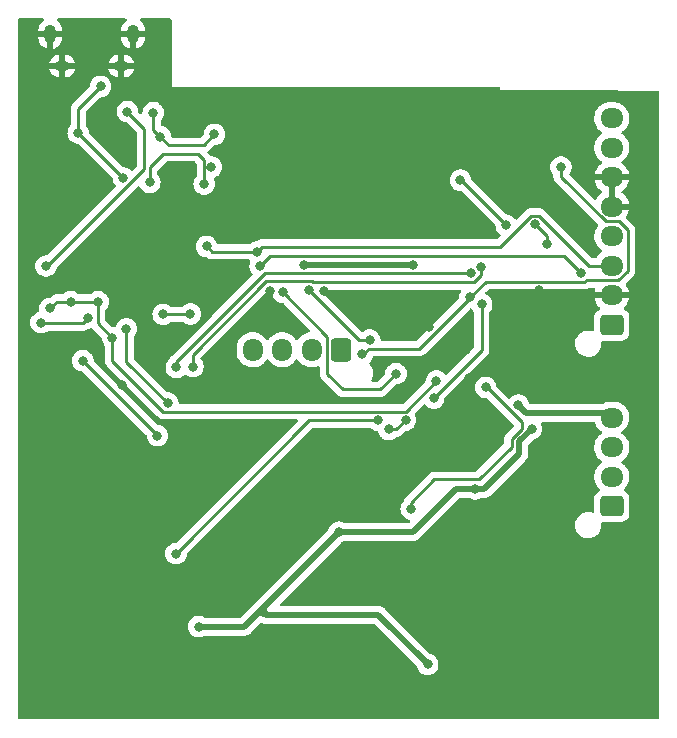
<source format=gbr>
%TF.GenerationSoftware,KiCad,Pcbnew,(6.0.7)*%
%TF.CreationDate,2022-10-14T07:02:42-05:00*%
%TF.ProjectId,SmartSpin2k,536d6172-7453-4706-996e-326b2e6b6963,prototype*%
%TF.SameCoordinates,Original*%
%TF.FileFunction,Copper,L2,Bot*%
%TF.FilePolarity,Positive*%
%FSLAX46Y46*%
G04 Gerber Fmt 4.6, Leading zero omitted, Abs format (unit mm)*
G04 Created by KiCad (PCBNEW (6.0.7)) date 2022-10-14 07:02:42*
%MOMM*%
%LPD*%
G01*
G04 APERTURE LIST*
G04 Aperture macros list*
%AMRoundRect*
0 Rectangle with rounded corners*
0 $1 Rounding radius*
0 $2 $3 $4 $5 $6 $7 $8 $9 X,Y pos of 4 corners*
0 Add a 4 corners polygon primitive as box body*
4,1,4,$2,$3,$4,$5,$6,$7,$8,$9,$2,$3,0*
0 Add four circle primitives for the rounded corners*
1,1,$1+$1,$2,$3*
1,1,$1+$1,$4,$5*
1,1,$1+$1,$6,$7*
1,1,$1+$1,$8,$9*
0 Add four rect primitives between the rounded corners*
20,1,$1+$1,$2,$3,$4,$5,0*
20,1,$1+$1,$4,$5,$6,$7,0*
20,1,$1+$1,$6,$7,$8,$9,0*
20,1,$1+$1,$8,$9,$2,$3,0*%
G04 Aperture macros list end*
%TA.AperFunction,ComponentPad*%
%ADD10O,1.250000X0.950000*%
%TD*%
%TA.AperFunction,ComponentPad*%
%ADD11O,1.000000X1.550000*%
%TD*%
%TA.AperFunction,ComponentPad*%
%ADD12RoundRect,0.250000X0.725000X-0.600000X0.725000X0.600000X-0.725000X0.600000X-0.725000X-0.600000X0*%
%TD*%
%TA.AperFunction,ComponentPad*%
%ADD13O,1.950000X1.700000*%
%TD*%
%TA.AperFunction,ComponentPad*%
%ADD14RoundRect,0.250000X0.600000X0.725000X-0.600000X0.725000X-0.600000X-0.725000X0.600000X-0.725000X0*%
%TD*%
%TA.AperFunction,ComponentPad*%
%ADD15O,1.700000X1.950000*%
%TD*%
%TA.AperFunction,ViaPad*%
%ADD16C,0.800000*%
%TD*%
%TA.AperFunction,Conductor*%
%ADD17C,0.500000*%
%TD*%
%TA.AperFunction,Conductor*%
%ADD18C,0.250000*%
%TD*%
G04 APERTURE END LIST*
D10*
%TO.P,J3,SH*%
%TO.N,GND*%
X10186600Y55790000D03*
X5186600Y55790000D03*
D11*
X11186600Y58490000D03*
X4186600Y58490000D03*
%TD*%
D12*
%TO.P,J1,1,1*%
%TO.N,/A2*%
X51721800Y18520000D03*
D13*
%TO.P,J1,2,2*%
%TO.N,/A1*%
X51721800Y21020000D03*
%TO.P,J1,3,3*%
%TO.N,/B1*%
X51721800Y23520000D03*
%TO.P,J1,4,4*%
%TO.N,/B2*%
X51721800Y26020000D03*
%TD*%
D12*
%TO.P,J2,1,1*%
%TO.N,/VDC*%
X51725000Y33880000D03*
D13*
%TO.P,J2,2,2*%
%TO.N,GND*%
X51725000Y36380000D03*
%TO.P,J2,3,3*%
%TO.N,/ShiftDown*%
X51725000Y38880000D03*
%TO.P,J2,4,4*%
%TO.N,/ShiftUp*%
X51725000Y41380000D03*
%TO.P,J2,5,5*%
%TO.N,GND*%
X51725000Y43880000D03*
%TO.P,J2,6,6*%
X51725000Y46380000D03*
%TO.P,J2,7,7*%
%TO.N,/RS232OUT1*%
X51725000Y48880000D03*
%TO.P,J2,8,8*%
%TO.N,/RS232IN1*%
X51725000Y51380000D03*
%TD*%
D14*
%TO.P,J4,1,1*%
%TO.N,Net-(J4-Pad1)*%
X28810000Y31765000D03*
D15*
%TO.P,J4,2,2*%
%TO.N,Net-(J4-Pad2)*%
X26310000Y31765000D03*
%TO.P,J4,3,3*%
%TO.N,Net-(J4-Pad3)*%
X23810000Y31765000D03*
%TO.P,J4,4,4*%
%TO.N,Net-(J4-Pad4)*%
X21310000Y31765000D03*
%TD*%
D16*
%TO.N,GND*%
X28642000Y44703000D03*
X16390000Y20517700D03*
X41517500Y47165000D03*
X6417500Y1658000D03*
X5110000Y31004500D03*
X25644400Y38966500D03*
X26102000Y43433000D03*
X39038000Y26611000D03*
X36243200Y33721000D03*
X44517400Y48590100D03*
X16576600Y50750600D03*
X36342500Y15788100D03*
X40554200Y16458200D03*
X10430000Y21020000D03*
X39614400Y29336000D03*
X26102000Y45973000D03*
X39038000Y24815000D03*
X49114000Y24433800D03*
X39038000Y23019000D03*
X22799600Y36752800D03*
X27372000Y45973000D03*
X18301300Y52284000D03*
X14613400Y12648100D03*
X3403400Y55041900D03*
X38140000Y25713000D03*
X11649100Y55032900D03*
X39936000Y25713000D03*
X37241000Y24815000D03*
X27371600Y36702000D03*
X40834000Y24815000D03*
X38140000Y23917000D03*
X34898400Y38966500D03*
X45522500Y36791500D03*
X22750000Y15024900D03*
X35931400Y30733000D03*
X42110000Y51587900D03*
X8491700Y17123200D03*
X3148600Y42748000D03*
X28642000Y45973000D03*
X10556800Y34924000D03*
X16696200Y12823600D03*
X35283800Y52347300D03*
X27372000Y43433000D03*
X39360400Y31723600D03*
X18601200Y12413600D03*
X44836200Y16328900D03*
X27372000Y44703000D03*
X39936000Y23917000D03*
X28642000Y43433000D03*
X26102000Y44703000D03*
X32807200Y22655800D03*
X14710000Y4529800D03*
X13220000Y20542100D03*
X10226600Y28802600D03*
X20430000Y12851200D03*
X21670000Y5969700D03*
X33518400Y19125200D03*
X39377500Y3052900D03*
X15468900Y45847200D03*
X48733000Y41553400D03*
X12334800Y11479800D03*
X14453500Y51642900D03*
X24399800Y15543800D03*
X26137000Y2606700D03*
%TO.N,/VDC*%
X40147800Y19988800D03*
X16732400Y8317400D03*
X28611800Y16331800D03*
X36127600Y5142400D03*
X44923000Y25068800D03*
X22229100Y9549400D03*
%TO.N,/3V3*%
X4154600Y35262100D03*
X8214700Y35837600D03*
X9433000Y32786800D03*
X36865500Y29127600D03*
X5922200Y35837600D03*
%TO.N,Net-(C14-Pad2)*%
X41047250Y28588950D03*
X34737600Y18275700D03*
%TO.N,Net-(D3-Pad2)*%
X10619500Y33536900D03*
X14124100Y27266300D03*
%TO.N,/VBUS*%
X3394000Y34060400D03*
X10696800Y51925000D03*
X3812100Y38856500D03*
X7381800Y34466800D03*
%TO.N,/ShiftDown*%
X17412300Y40508800D03*
X21671400Y40055100D03*
%TO.N,/ShiftUp*%
X14820500Y14503000D03*
X31892800Y25808900D03*
%TO.N,/B2*%
X43805400Y27075400D03*
%TO.N,/D-*%
X6541300Y50126100D03*
X8434500Y54062100D03*
X10361600Y46305800D03*
%TO.N,/IO0_BOOT*%
X39713400Y36216700D03*
X47412200Y47243000D03*
X30597400Y31368000D03*
%TO.N,/EN*%
X6933000Y30845500D03*
X18063000Y50010800D03*
X12893600Y51836800D03*
X13249200Y24484600D03*
X13498000Y49801400D03*
%TO.N,/TMCUART1*%
X40699100Y35618900D03*
X36642200Y27663500D03*
%TO.N,/TXD0*%
X16253200Y30341800D03*
X40681600Y38792000D03*
%TO.N,/RXD0*%
X14849400Y30275800D03*
X39793400Y38242000D03*
%TO.N,/DriverDIR*%
X31224700Y32592800D03*
X26071700Y36854700D03*
%TO.N,/DriverSTEP*%
X23903000Y36614400D03*
X33447100Y29742400D03*
%TO.N,/DriverEN*%
X21938900Y38876400D03*
X49112900Y38256700D03*
%TO.N,/T1IN*%
X38905200Y46122200D03*
X42775300Y42318700D03*
%TO.N,Net-(R11-Pad2)*%
X17817000Y47238000D03*
X12603400Y45946500D03*
X17205300Y45795300D03*
%TO.N,Net-(D12-Pad1)*%
X16038701Y34801499D03*
X13731800Y34771600D03*
%TO.N,Net-(C20-Pad1)*%
X46192100Y40691100D03*
X45218700Y42405500D03*
%TO.N,Net-(R19-Pad2)*%
X32832600Y25018000D03*
X34255000Y25808900D03*
%TD*%
D17*
%TO.N,GND*%
X39038000Y26611000D02*
X39038000Y28759600D01*
X25644400Y38966500D02*
X34898400Y38966500D01*
X39038000Y28759600D02*
X39614400Y29336000D01*
%TO.N,/VDC*%
X40147800Y19988800D02*
X38502900Y19988800D01*
X16732400Y8317400D02*
X20597400Y8317400D01*
X21912100Y9632100D02*
X28611800Y16331800D01*
X43881600Y24027400D02*
X43881600Y22960600D01*
X22471700Y9306800D02*
X31963200Y9306800D01*
X44923000Y25068800D02*
X43881600Y24027400D01*
X20597400Y8317400D02*
X21912100Y9632100D01*
X40909800Y19988800D02*
X40147800Y19988800D01*
X31963200Y9306800D02*
X36127600Y5142400D01*
X43881600Y22960600D02*
X40909800Y19988800D01*
X22229100Y9549400D02*
X21994800Y9549400D01*
X38502900Y19988800D02*
X34845900Y16331800D01*
X22229100Y9549400D02*
X22471700Y9306800D01*
X34845900Y16331800D02*
X28611800Y16331800D01*
X21994800Y9549400D02*
X21912100Y9632100D01*
D18*
%TO.N,/3V3*%
X4730100Y35837600D02*
X4154600Y35262100D01*
X9433000Y30852400D02*
X13752000Y26533400D01*
X8214700Y34005100D02*
X8214700Y35837600D01*
X13752000Y26533400D02*
X34271300Y26533400D01*
X8214700Y35837600D02*
X5922200Y35837600D01*
X34271300Y26533400D02*
X36865500Y29127600D01*
X9433000Y32786800D02*
X8214700Y34005100D01*
X9433000Y32786800D02*
X9433000Y30852400D01*
X5922200Y35837600D02*
X4730100Y35837600D01*
%TO.N,Net-(C14-Pad2)*%
X34737600Y18275700D02*
X34718800Y18294500D01*
X34718800Y18294500D02*
X34718800Y18821305D01*
X36699095Y20801600D02*
X40478000Y20801600D01*
X43230400Y23554000D02*
X43230400Y24189372D01*
X40478000Y20801600D02*
X43230400Y23554000D01*
X41123450Y28588950D02*
X41047250Y28588950D01*
X34718800Y18821305D02*
X36699095Y20801600D01*
X43230400Y24189372D02*
X44084800Y25043772D01*
X44084800Y25043772D02*
X44084800Y25627600D01*
X44084800Y25627600D02*
X41123450Y28588950D01*
%TO.N,Net-(D3-Pad2)*%
X10619500Y30770900D02*
X10619500Y33536900D01*
X14124100Y27266300D02*
X10619500Y30770900D01*
%TO.N,/VBUS*%
X3812100Y38856500D02*
X3937800Y38856500D01*
X12136500Y50485300D02*
X10696800Y51925000D01*
X12136500Y47055200D02*
X12136500Y47180900D01*
X3937800Y38856500D02*
X12136500Y47055200D01*
X12136500Y47180900D02*
X12136500Y50485300D01*
X3444800Y34009600D02*
X3394000Y34060400D01*
X7381800Y34466800D02*
X6924600Y34009600D01*
X6924600Y34009600D02*
X3444800Y34009600D01*
%TO.N,/ShiftDown*%
X44918500Y43130600D02*
X42274500Y40486600D01*
X22102900Y40486600D02*
X21671400Y40055100D01*
X17412300Y40508800D02*
X17866000Y40055100D01*
X45519100Y43130600D02*
X44918500Y43130600D01*
X42274500Y40486600D02*
X22102900Y40486600D01*
X51725000Y38880000D02*
X49769700Y38880000D01*
X17866000Y40055100D02*
X21671400Y40055100D01*
X49769700Y38880000D02*
X45519100Y43130600D01*
%TO.N,/ShiftUp*%
X31892800Y25808900D02*
X31889300Y25805400D01*
X31889300Y25805400D02*
X26122900Y25805400D01*
X26122900Y25805400D02*
X14820500Y14503000D01*
D17*
%TO.N,/B2*%
X51352200Y26389600D02*
X51721800Y26020000D01*
X44491200Y26389600D02*
X51352200Y26389600D01*
X43805400Y27075400D02*
X44491200Y26389600D01*
D18*
%TO.N,/D-*%
X6541300Y52168900D02*
X6541300Y50126100D01*
X10361600Y46305800D02*
X6541300Y50126100D01*
X8434500Y54062100D02*
X6541300Y52168900D01*
%TO.N,/IO0_BOOT*%
X51188299Y42630000D02*
X52311600Y42630000D01*
X30664000Y31368000D02*
X31163700Y31867700D01*
X31163700Y31867700D02*
X35415400Y31867700D01*
X52311600Y42630000D02*
X53064300Y41877300D01*
X39713400Y36165700D02*
X39713400Y36216700D01*
X52268500Y37630000D02*
X49511700Y37630000D01*
X49511700Y37630000D02*
X49413300Y37531600D01*
X53064300Y38425800D02*
X52268500Y37630000D01*
X49413300Y37531600D02*
X41028300Y37531600D01*
X35415400Y31867700D02*
X39713400Y36165700D01*
X47412200Y46406099D02*
X51188299Y42630000D01*
X41028300Y37531600D02*
X39713400Y36216700D01*
X47412200Y47243000D02*
X47412200Y46406099D01*
X30597400Y31368000D02*
X30664000Y31368000D01*
X53064300Y41877300D02*
X53064300Y38425800D01*
%TO.N,/EN*%
X13249200Y24529300D02*
X6933000Y30845500D01*
X13249200Y24484600D02*
X13249200Y24529300D01*
X14202200Y49097200D02*
X13498000Y49801400D01*
X12893600Y51836800D02*
X12893600Y50405800D01*
X17149400Y49097200D02*
X14202200Y49097200D01*
X18063000Y50010800D02*
X17149400Y49097200D01*
X12893600Y50405800D02*
X13498000Y49801400D01*
%TO.N,/TMCUART1*%
X40699100Y35618900D02*
X40699100Y31720400D01*
X40699100Y31720400D02*
X36642200Y27663500D01*
%TO.N,/TXD0*%
X16253200Y31362700D02*
X16253200Y30341800D01*
X40681600Y38092700D02*
X40081200Y37492300D01*
X26459600Y37492300D02*
X26372100Y37579800D01*
X40081200Y37492300D02*
X26459600Y37492300D01*
X22470300Y37579800D02*
X16253200Y31362700D01*
X26372100Y37579800D02*
X22470300Y37579800D01*
X40681600Y38792000D02*
X40681600Y38092700D01*
%TO.N,/RXD0*%
X14849400Y30275800D02*
X14849400Y30745100D01*
X14849400Y30745100D02*
X22346300Y38242000D01*
X22346300Y38242000D02*
X39793400Y38242000D01*
%TO.N,/DriverDIR*%
X30333600Y32592800D02*
X31224700Y32592800D01*
X26071700Y36854700D02*
X30333600Y32592800D01*
%TO.N,/DriverSTEP*%
X32115500Y28410800D02*
X28927700Y28410800D01*
X33447100Y29742400D02*
X32115500Y28410800D01*
X28927700Y28410800D02*
X27633800Y29704700D01*
X27633800Y29704700D02*
X27633800Y32883600D01*
X27633800Y32883600D02*
X23903000Y36614400D01*
%TO.N,/DriverEN*%
X22754000Y39691500D02*
X47678100Y39691500D01*
X47678100Y39691500D02*
X49112900Y38256700D01*
X21938900Y38876400D02*
X22754000Y39691500D01*
%TO.N,/T1IN*%
X38971800Y46122200D02*
X38905200Y46122200D01*
X42775300Y42318700D02*
X38971800Y46122200D01*
%TO.N,Net-(R11-Pad2)*%
X17817000Y47238000D02*
X17205300Y47238000D01*
X13731800Y48360600D02*
X16652800Y48360600D01*
X17205300Y47238000D02*
X17205300Y46626300D01*
X12603400Y47232200D02*
X13731800Y48360600D01*
X17205300Y47808100D02*
X17205300Y46626300D01*
X17205300Y46626300D02*
X17205300Y45795300D01*
X16652800Y48360600D02*
X17205300Y47808100D01*
X12603400Y45946500D02*
X12603400Y47232200D01*
%TO.N,Net-(D12-Pad1)*%
X16038701Y34801499D02*
X16008802Y34771600D01*
X16008802Y34771600D02*
X13731800Y34771600D01*
%TO.N,Net-(C20-Pad1)*%
X45218700Y42405500D02*
X46192100Y41432100D01*
X46192100Y41432100D02*
X46192100Y40691100D01*
%TO.N,Net-(R19-Pad2)*%
X33464100Y25018000D02*
X32832600Y25018000D01*
X34255000Y25808900D02*
X33464100Y25018000D01*
%TD*%
%TA.AperFunction,Conductor*%
%TO.N,GND*%
G36*
X1886104Y59815870D02*
G01*
X3526443Y59815322D01*
X3594557Y59795297D01*
X3641032Y59741626D01*
X3651113Y59671349D01*
X3621598Y59606778D01*
X3605353Y59591125D01*
X3482727Y59492532D01*
X3473968Y59483954D01*
X3354822Y59341961D01*
X3347892Y59331841D01*
X3258598Y59169415D01*
X3253766Y59158142D01*
X3197720Y58981462D01*
X3195170Y58969468D01*
X3178993Y58825239D01*
X3178600Y58818215D01*
X3178600Y58762115D01*
X3183075Y58746876D01*
X3184465Y58745671D01*
X3192148Y58744000D01*
X5176485Y58744000D01*
X5191724Y58748475D01*
X5192929Y58749865D01*
X5194600Y58757548D01*
X5194600Y58811657D01*
X5194299Y58817805D01*
X5180788Y58955603D01*
X5178405Y58967638D01*
X5124833Y59145076D01*
X5120159Y59156416D01*
X5033140Y59320077D01*
X5026351Y59330294D01*
X4909203Y59473933D01*
X4900559Y59482637D01*
X4768608Y59591796D01*
X4728869Y59650630D01*
X4727247Y59721608D01*
X4764257Y59782195D01*
X4828147Y59813156D01*
X4848963Y59814881D01*
X7069541Y59814139D01*
X10523537Y59812986D01*
X10591651Y59792961D01*
X10638126Y59739290D01*
X10648207Y59669013D01*
X10618692Y59604442D01*
X10602447Y59588789D01*
X10482727Y59492532D01*
X10473968Y59483954D01*
X10354822Y59341961D01*
X10347892Y59331841D01*
X10258598Y59169415D01*
X10253766Y59158142D01*
X10197720Y58981462D01*
X10195170Y58969468D01*
X10178993Y58825239D01*
X10178600Y58818215D01*
X10178600Y58762115D01*
X10183075Y58746876D01*
X10184465Y58745671D01*
X10192148Y58744000D01*
X12176485Y58744000D01*
X12191724Y58748475D01*
X12192929Y58749865D01*
X12194600Y58757548D01*
X12194600Y58811657D01*
X12194299Y58817805D01*
X12180788Y58955603D01*
X12178405Y58967638D01*
X12124833Y59145076D01*
X12120159Y59156416D01*
X12033140Y59320077D01*
X12026351Y59330294D01*
X11909203Y59473933D01*
X11900559Y59482637D01*
X11771434Y59589458D01*
X11731695Y59648292D01*
X11730073Y59719270D01*
X11767083Y59779857D01*
X11830973Y59810818D01*
X11851789Y59812543D01*
X13806078Y59811890D01*
X14322042Y59811718D01*
X14390156Y59791693D01*
X14436631Y59738022D01*
X14448000Y59685718D01*
X14448000Y53999000D01*
X42156588Y53999000D01*
X42224709Y53978998D01*
X42271202Y53925342D01*
X42282587Y53872510D01*
X42282102Y53747768D01*
X48953047Y53723938D01*
X55624450Y53700106D01*
X55692499Y53679861D01*
X55738800Y53626040D01*
X55750000Y53574107D01*
X55750000Y634500D01*
X55729998Y566379D01*
X55676342Y519886D01*
X55624000Y508500D01*
X1536000Y508500D01*
X1467879Y528502D01*
X1421386Y582158D01*
X1410000Y634500D01*
X1410000Y8317400D01*
X15818896Y8317400D01*
X15838858Y8127472D01*
X15897873Y7945844D01*
X15993360Y7780456D01*
X15997778Y7775549D01*
X15997779Y7775548D01*
X16088686Y7674586D01*
X16121147Y7638534D01*
X16173425Y7600552D01*
X16270304Y7530165D01*
X16275648Y7526282D01*
X16281676Y7523598D01*
X16281678Y7523597D01*
X16444081Y7451291D01*
X16450112Y7448606D01*
X16543513Y7428753D01*
X16630456Y7410272D01*
X16630461Y7410272D01*
X16636913Y7408900D01*
X16827887Y7408900D01*
X16834339Y7410272D01*
X16834344Y7410272D01*
X16921287Y7428753D01*
X17014688Y7448606D01*
X17020719Y7451291D01*
X17183122Y7523597D01*
X17183124Y7523598D01*
X17189152Y7526282D01*
X17194491Y7530161D01*
X17194498Y7530165D01*
X17200928Y7534837D01*
X17274987Y7558900D01*
X20530330Y7558900D01*
X20549280Y7557467D01*
X20563515Y7555301D01*
X20563519Y7555301D01*
X20570749Y7554201D01*
X20578041Y7554794D01*
X20578044Y7554794D01*
X20623418Y7558485D01*
X20633633Y7558900D01*
X20641693Y7558900D01*
X20654983Y7560449D01*
X20669907Y7562189D01*
X20674282Y7562622D01*
X20739739Y7567946D01*
X20739742Y7567947D01*
X20747037Y7568540D01*
X20754001Y7570796D01*
X20759960Y7571987D01*
X20765815Y7573371D01*
X20773081Y7574218D01*
X20841727Y7599135D01*
X20845855Y7600552D01*
X20908336Y7620793D01*
X20908338Y7620794D01*
X20915299Y7623049D01*
X20921554Y7626845D01*
X20927028Y7629351D01*
X20932458Y7632070D01*
X20939337Y7634567D01*
X21000376Y7674586D01*
X21004080Y7676923D01*
X21066507Y7714805D01*
X21074884Y7722203D01*
X21074908Y7722176D01*
X21077900Y7724829D01*
X21081133Y7727532D01*
X21087252Y7731544D01*
X21140528Y7787783D01*
X21142906Y7790225D01*
X21966627Y8613946D01*
X22028939Y8647972D01*
X22099754Y8642907D01*
X22109072Y8638999D01*
X22136547Y8626158D01*
X22140498Y8624227D01*
X22205508Y8591031D01*
X22212616Y8589292D01*
X22218259Y8587193D01*
X22224022Y8585276D01*
X22230650Y8582178D01*
X22237812Y8580688D01*
X22237813Y8580688D01*
X22302112Y8567314D01*
X22306396Y8566344D01*
X22377310Y8548992D01*
X22382912Y8548644D01*
X22382915Y8548644D01*
X22388464Y8548300D01*
X22388462Y8548264D01*
X22392455Y8548025D01*
X22396647Y8547651D01*
X22403815Y8546160D01*
X22481220Y8548254D01*
X22484628Y8548300D01*
X31596829Y8548300D01*
X31664950Y8528298D01*
X31685924Y8511395D01*
X35207475Y4989844D01*
X35238213Y4939686D01*
X35293073Y4770844D01*
X35388560Y4605456D01*
X35516347Y4463534D01*
X35670848Y4351282D01*
X35676876Y4348598D01*
X35676878Y4348597D01*
X35839281Y4276291D01*
X35845312Y4273606D01*
X35938712Y4253753D01*
X36025656Y4235272D01*
X36025661Y4235272D01*
X36032113Y4233900D01*
X36223087Y4233900D01*
X36229539Y4235272D01*
X36229544Y4235272D01*
X36316488Y4253753D01*
X36409888Y4273606D01*
X36415919Y4276291D01*
X36578322Y4348597D01*
X36578324Y4348598D01*
X36584352Y4351282D01*
X36738853Y4463534D01*
X36866640Y4605456D01*
X36962127Y4770844D01*
X37021142Y4952472D01*
X37041104Y5142400D01*
X37021142Y5332328D01*
X36962127Y5513956D01*
X36866640Y5679344D01*
X36738853Y5821266D01*
X36584352Y5933518D01*
X36578324Y5936202D01*
X36578322Y5936203D01*
X36415919Y6008509D01*
X36415918Y6008509D01*
X36409888Y6011194D01*
X36403433Y6012566D01*
X36403424Y6012569D01*
X36346828Y6024599D01*
X36283931Y6058750D01*
X32546970Y9795711D01*
X32534584Y9810123D01*
X32526051Y9821718D01*
X32526046Y9821723D01*
X32521708Y9827618D01*
X32516130Y9832357D01*
X32516127Y9832360D01*
X32481432Y9861835D01*
X32473916Y9868765D01*
X32468221Y9874460D01*
X32462080Y9879318D01*
X32445949Y9892081D01*
X32442545Y9894872D01*
X32392497Y9937391D01*
X32392495Y9937392D01*
X32386915Y9942133D01*
X32380399Y9945461D01*
X32375350Y9948828D01*
X32370221Y9951995D01*
X32364484Y9956534D01*
X32298325Y9987455D01*
X32294425Y9989361D01*
X32229392Y10022569D01*
X32222284Y10024308D01*
X32216641Y10026407D01*
X32210878Y10028324D01*
X32204250Y10031422D01*
X32132783Y10046287D01*
X32128499Y10047257D01*
X32057590Y10064608D01*
X32051988Y10064956D01*
X32051985Y10064956D01*
X32046436Y10065300D01*
X32046438Y10065336D01*
X32042445Y10065575D01*
X32038253Y10065949D01*
X32031085Y10067440D01*
X31964875Y10065649D01*
X31953679Y10065346D01*
X31950272Y10065300D01*
X23722171Y10065300D01*
X23654050Y10085302D01*
X23607557Y10138958D01*
X23597453Y10209232D01*
X23626947Y10273812D01*
X23633076Y10280395D01*
X28768131Y15415450D01*
X28831028Y15449601D01*
X28887624Y15461631D01*
X28887633Y15461634D01*
X28894088Y15463006D01*
X28900119Y15465691D01*
X29062522Y15537997D01*
X29062524Y15537998D01*
X29068552Y15540682D01*
X29073891Y15544561D01*
X29073898Y15544565D01*
X29080328Y15549237D01*
X29154387Y15573300D01*
X34778830Y15573300D01*
X34797780Y15571867D01*
X34812015Y15569701D01*
X34812019Y15569701D01*
X34819249Y15568601D01*
X34826541Y15569194D01*
X34826544Y15569194D01*
X34871918Y15572885D01*
X34882133Y15573300D01*
X34890193Y15573300D01*
X34903483Y15574849D01*
X34918407Y15576589D01*
X34922782Y15577022D01*
X34988239Y15582346D01*
X34988242Y15582347D01*
X34995537Y15582940D01*
X35002501Y15585196D01*
X35008460Y15586387D01*
X35014315Y15587771D01*
X35021581Y15588618D01*
X35090227Y15613535D01*
X35094355Y15614952D01*
X35156836Y15635193D01*
X35156838Y15635194D01*
X35163799Y15637449D01*
X35170054Y15641245D01*
X35175528Y15643751D01*
X35180958Y15646470D01*
X35187837Y15648967D01*
X35248876Y15688986D01*
X35252580Y15691323D01*
X35315007Y15729205D01*
X35323384Y15736603D01*
X35323408Y15736576D01*
X35326400Y15739229D01*
X35329633Y15741932D01*
X35335752Y15745944D01*
X35389028Y15802183D01*
X35391406Y15804625D01*
X38780176Y19193395D01*
X38842488Y19227421D01*
X38869271Y19230300D01*
X39605213Y19230300D01*
X39679272Y19206237D01*
X39685702Y19201565D01*
X39685709Y19201561D01*
X39691048Y19197682D01*
X39697076Y19194998D01*
X39697078Y19194997D01*
X39859481Y19122691D01*
X39865512Y19120006D01*
X39958146Y19100316D01*
X40045856Y19081672D01*
X40045861Y19081672D01*
X40052313Y19080300D01*
X40243287Y19080300D01*
X40249739Y19081672D01*
X40249744Y19081672D01*
X40337454Y19100316D01*
X40430088Y19120006D01*
X40436119Y19122691D01*
X40598522Y19194997D01*
X40598524Y19194998D01*
X40604552Y19197682D01*
X40609891Y19201561D01*
X40609898Y19201565D01*
X40616328Y19206237D01*
X40690387Y19230300D01*
X40842730Y19230300D01*
X40861680Y19228867D01*
X40875915Y19226701D01*
X40875919Y19226701D01*
X40883149Y19225601D01*
X40890441Y19226194D01*
X40890444Y19226194D01*
X40935818Y19229885D01*
X40946033Y19230300D01*
X40954093Y19230300D01*
X40967383Y19231849D01*
X40982307Y19233589D01*
X40986682Y19234022D01*
X41052139Y19239346D01*
X41052142Y19239347D01*
X41059437Y19239940D01*
X41066401Y19242196D01*
X41072360Y19243387D01*
X41078215Y19244771D01*
X41085481Y19245618D01*
X41154127Y19270535D01*
X41158255Y19271952D01*
X41220736Y19292193D01*
X41220738Y19292194D01*
X41227699Y19294449D01*
X41233954Y19298245D01*
X41239428Y19300751D01*
X41244858Y19303470D01*
X41251737Y19305967D01*
X41271176Y19318712D01*
X41312776Y19345986D01*
X41316480Y19348323D01*
X41378907Y19386205D01*
X41387284Y19393603D01*
X41387308Y19393576D01*
X41390300Y19396229D01*
X41393533Y19398932D01*
X41399652Y19402944D01*
X41452928Y19459183D01*
X41455306Y19461625D01*
X44370511Y22376830D01*
X44384923Y22389216D01*
X44396518Y22397749D01*
X44396523Y22397754D01*
X44402418Y22402092D01*
X44407157Y22407670D01*
X44407160Y22407673D01*
X44436635Y22442368D01*
X44443565Y22449884D01*
X44449260Y22455579D01*
X44466881Y22477851D01*
X44469672Y22481255D01*
X44512191Y22531303D01*
X44512192Y22531305D01*
X44516933Y22536885D01*
X44520261Y22543401D01*
X44523628Y22548450D01*
X44526795Y22553579D01*
X44531334Y22559316D01*
X44562255Y22625475D01*
X44564161Y22629375D01*
X44597369Y22694408D01*
X44599108Y22701517D01*
X44601204Y22707151D01*
X44603123Y22712921D01*
X44606222Y22719550D01*
X44621091Y22791035D01*
X44622061Y22795318D01*
X44639408Y22866210D01*
X44640100Y22877364D01*
X44640135Y22877362D01*
X44640375Y22881334D01*
X44640752Y22885555D01*
X44642241Y22892715D01*
X44640146Y22970142D01*
X44640100Y22973550D01*
X44640100Y23661029D01*
X44660102Y23729150D01*
X44677005Y23750124D01*
X45079331Y24152450D01*
X45142228Y24186601D01*
X45198824Y24198631D01*
X45198833Y24198634D01*
X45205288Y24200006D01*
X45244037Y24217258D01*
X45373722Y24274997D01*
X45373724Y24274998D01*
X45379752Y24277682D01*
X45534253Y24389934D01*
X45545518Y24402445D01*
X45657621Y24526948D01*
X45657622Y24526949D01*
X45662040Y24531856D01*
X45726569Y24643624D01*
X45754223Y24691521D01*
X45754224Y24691522D01*
X45757527Y24697244D01*
X45816542Y24878872D01*
X45818105Y24893738D01*
X45835814Y25062235D01*
X45836504Y25068800D01*
X45827770Y25151898D01*
X45817232Y25252165D01*
X45817232Y25252167D01*
X45816542Y25258728D01*
X45757527Y25440356D01*
X45754223Y25446079D01*
X45751539Y25452107D01*
X45753844Y25453133D01*
X45739781Y25511090D01*
X45762999Y25578183D01*
X45818804Y25622072D01*
X45865639Y25631100D01*
X50204042Y25631100D01*
X50272163Y25611098D01*
X50321234Y25551381D01*
X50373613Y25418748D01*
X50373616Y25418742D01*
X50375576Y25413779D01*
X50378343Y25409220D01*
X50378344Y25409217D01*
X50413848Y25350709D01*
X50495177Y25216683D01*
X50498674Y25212653D01*
X50629200Y25062235D01*
X50646277Y25042555D01*
X50650408Y25039168D01*
X50820427Y24899760D01*
X50820433Y24899756D01*
X50824555Y24896376D01*
X50856050Y24878448D01*
X50905355Y24827368D01*
X50919217Y24757738D01*
X50893234Y24691667D01*
X50864084Y24664427D01*
X50742481Y24582559D01*
X50738624Y24578880D01*
X50738622Y24578878D01*
X50671046Y24514413D01*
X50575665Y24423424D01*
X50572482Y24419146D01*
X50561816Y24404810D01*
X50438046Y24238458D01*
X50435630Y24233707D01*
X50435628Y24233703D01*
X50407736Y24178843D01*
X50333560Y24032949D01*
X50331978Y24027855D01*
X50331977Y24027852D01*
X50282526Y23868595D01*
X50265193Y23812773D01*
X50264492Y23807484D01*
X50238906Y23614434D01*
X50234902Y23584226D01*
X50235102Y23578897D01*
X50235102Y23578895D01*
X50235207Y23576100D01*
X50243551Y23353842D01*
X50290893Y23128209D01*
X50292851Y23123250D01*
X50292852Y23123248D01*
X50352646Y22971842D01*
X50375576Y22913779D01*
X50378343Y22909220D01*
X50378344Y22909217D01*
X50407751Y22860756D01*
X50495177Y22716683D01*
X50498674Y22712653D01*
X50641162Y22548450D01*
X50646277Y22542555D01*
X50650408Y22539168D01*
X50820427Y22399760D01*
X50820433Y22399756D01*
X50824555Y22396376D01*
X50856050Y22378448D01*
X50905355Y22327368D01*
X50919217Y22257738D01*
X50893234Y22191667D01*
X50864084Y22164427D01*
X50742481Y22082559D01*
X50575665Y21923424D01*
X50438046Y21738458D01*
X50333560Y21532949D01*
X50331978Y21527855D01*
X50331977Y21527852D01*
X50292778Y21401610D01*
X50265193Y21312773D01*
X50264492Y21307484D01*
X50249104Y21191377D01*
X50234902Y21084226D01*
X50243551Y20853842D01*
X50290893Y20628209D01*
X50375576Y20413779D01*
X50495177Y20216683D01*
X50498674Y20212653D01*
X50585238Y20112897D01*
X50646277Y20042555D01*
X50681920Y20013330D01*
X50721914Y19954671D01*
X50723846Y19883701D01*
X50687102Y19822952D01*
X50668332Y19808752D01*
X50537379Y19727715D01*
X50522452Y19718478D01*
X50397495Y19593303D01*
X50304685Y19442738D01*
X50249003Y19274861D01*
X50248303Y19268025D01*
X50248302Y19268022D01*
X50244819Y19234022D01*
X50238300Y19170400D01*
X50238300Y18093615D01*
X50218298Y18025494D01*
X50164642Y17979001D01*
X50094368Y17968897D01*
X50065205Y17976747D01*
X50038063Y17987686D01*
X49830463Y18028228D01*
X49824901Y18028500D01*
X49668954Y18028500D01*
X49511234Y18013452D01*
X49308266Y17953908D01*
X49302939Y17951164D01*
X49302938Y17951164D01*
X49125551Y17859804D01*
X49125548Y17859802D01*
X49120220Y17857058D01*
X48953880Y17726396D01*
X48949948Y17721865D01*
X48949945Y17721862D01*
X48847851Y17604209D01*
X48815248Y17566637D01*
X48812248Y17561451D01*
X48812245Y17561447D01*
X48745861Y17446697D01*
X48709327Y17383546D01*
X48639939Y17183729D01*
X48639078Y17177794D01*
X48639078Y17177792D01*
X48627603Y17098647D01*
X48609587Y16974396D01*
X48619367Y16763101D01*
X48620771Y16757276D01*
X48620771Y16757275D01*
X48633766Y16703356D01*
X48668925Y16557466D01*
X48671407Y16552008D01*
X48671408Y16552004D01*
X48714853Y16456454D01*
X48756474Y16364913D01*
X48878854Y16192389D01*
X49031650Y16046119D01*
X49209348Y15931380D01*
X49214914Y15929137D01*
X49399968Y15854558D01*
X49399971Y15854557D01*
X49405537Y15852314D01*
X49613137Y15811772D01*
X49618699Y15811500D01*
X49774646Y15811500D01*
X49932366Y15826548D01*
X50135334Y15886092D01*
X50218911Y15929137D01*
X50318049Y15980196D01*
X50318052Y15980198D01*
X50323380Y15982942D01*
X50489720Y16113604D01*
X50493652Y16118135D01*
X50493655Y16118138D01*
X50624421Y16268833D01*
X50628352Y16273363D01*
X50631352Y16278549D01*
X50631355Y16278553D01*
X50731267Y16451258D01*
X50734273Y16456454D01*
X50803661Y16656271D01*
X50834013Y16865604D01*
X50826419Y17029674D01*
X50843250Y17098647D01*
X50894698Y17147571D01*
X50952284Y17161500D01*
X52497200Y17161500D01*
X52500446Y17161837D01*
X52500450Y17161837D01*
X52596108Y17171762D01*
X52596112Y17171763D01*
X52602966Y17172474D01*
X52609502Y17174655D01*
X52609504Y17174655D01*
X52763798Y17226132D01*
X52770746Y17228450D01*
X52921148Y17321522D01*
X53046105Y17446697D01*
X53116838Y17561447D01*
X53135075Y17591032D01*
X53135076Y17591034D01*
X53138915Y17597262D01*
X53194597Y17765139D01*
X53205300Y17869600D01*
X53205300Y19170400D01*
X53202579Y19196626D01*
X53195038Y19269308D01*
X53195037Y19269312D01*
X53194326Y19276166D01*
X53188227Y19294449D01*
X53140668Y19436998D01*
X53138350Y19443946D01*
X53045278Y19594348D01*
X52920103Y19719305D01*
X52774460Y19809081D01*
X52726968Y19861852D01*
X52715544Y19931924D01*
X52743818Y19997048D01*
X52753605Y20007510D01*
X52800185Y20051946D01*
X52867935Y20116576D01*
X53005554Y20301542D01*
X53110040Y20507051D01*
X53146121Y20623248D01*
X53176824Y20722129D01*
X53178407Y20727227D01*
X53179108Y20732516D01*
X53207998Y20950489D01*
X53207998Y20950494D01*
X53208698Y20955774D01*
X53200049Y21186158D01*
X53152707Y21411791D01*
X53149436Y21420074D01*
X53069985Y21621256D01*
X53069984Y21621258D01*
X53068024Y21626221D01*
X52948423Y21823317D01*
X52861555Y21923424D01*
X52800823Y21993412D01*
X52800821Y21993414D01*
X52797323Y21997445D01*
X52755770Y22031516D01*
X52623173Y22140240D01*
X52623167Y22140244D01*
X52619045Y22143624D01*
X52587550Y22161552D01*
X52538245Y22212632D01*
X52524383Y22282262D01*
X52550366Y22348333D01*
X52579516Y22375573D01*
X52678730Y22442368D01*
X52701119Y22457441D01*
X52726083Y22481255D01*
X52778546Y22531303D01*
X52867935Y22616576D01*
X53005554Y22801542D01*
X53046676Y22882422D01*
X53065142Y22918744D01*
X53110040Y23007051D01*
X53146121Y23123248D01*
X53176824Y23222129D01*
X53178407Y23227227D01*
X53179108Y23232516D01*
X53207998Y23450489D01*
X53207998Y23450494D01*
X53208698Y23455774D01*
X53200049Y23686158D01*
X53191029Y23729150D01*
X53153802Y23906572D01*
X53152707Y23911791D01*
X53150748Y23916752D01*
X53069985Y24121256D01*
X53069984Y24121258D01*
X53068024Y24126221D01*
X53054077Y24149206D01*
X52951190Y24318757D01*
X52948423Y24323317D01*
X52926605Y24348460D01*
X52800823Y24493412D01*
X52800821Y24493414D01*
X52797323Y24497445D01*
X52735827Y24547869D01*
X52623173Y24640240D01*
X52623167Y24640244D01*
X52619045Y24643624D01*
X52587550Y24661552D01*
X52538245Y24712632D01*
X52524383Y24782262D01*
X52550366Y24848333D01*
X52579516Y24875573D01*
X52675370Y24940106D01*
X52701119Y24957441D01*
X52764373Y25017782D01*
X52864078Y25112897D01*
X52867935Y25116576D01*
X53005554Y25301542D01*
X53032615Y25354766D01*
X53062618Y25413779D01*
X53110040Y25507051D01*
X53178407Y25727227D01*
X53199556Y25886794D01*
X53207998Y25950489D01*
X53207998Y25950494D01*
X53208698Y25955774D01*
X53208306Y25966232D01*
X53201973Y26134905D01*
X53200049Y26186158D01*
X53152707Y26411791D01*
X53150748Y26416752D01*
X53069985Y26621256D01*
X53069984Y26621258D01*
X53068024Y26626221D01*
X52948423Y26823317D01*
X52902479Y26876263D01*
X52800823Y26993412D01*
X52800821Y26993414D01*
X52797323Y26997445D01*
X52668558Y27103026D01*
X52623173Y27140240D01*
X52623167Y27140244D01*
X52619045Y27143624D01*
X52614409Y27146263D01*
X52614406Y27146265D01*
X52423329Y27255032D01*
X52418686Y27257675D01*
X52201975Y27336337D01*
X52196726Y27337286D01*
X52196723Y27337287D01*
X51979192Y27376623D01*
X51979185Y27376624D01*
X51975108Y27377361D01*
X51957386Y27378197D01*
X51952444Y27378430D01*
X51952437Y27378430D01*
X51950956Y27378500D01*
X51538910Y27378500D01*
X51471991Y27372822D01*
X51372391Y27364371D01*
X51372387Y27364370D01*
X51367080Y27363920D01*
X51361925Y27362582D01*
X51361919Y27362581D01*
X51149097Y27307343D01*
X51149093Y27307342D01*
X51143928Y27306001D01*
X51139062Y27303809D01*
X51139059Y27303808D01*
X51030780Y27255032D01*
X50933725Y27211312D01*
X50929292Y27208328D01*
X50929291Y27208327D01*
X50871738Y27169580D01*
X50801371Y27148100D01*
X44857571Y27148100D01*
X44789450Y27168102D01*
X44768476Y27185005D01*
X44725525Y27227956D01*
X44694787Y27278115D01*
X44675870Y27336337D01*
X44639927Y27446956D01*
X44544440Y27612344D01*
X44521266Y27638082D01*
X44421075Y27749355D01*
X44421074Y27749356D01*
X44416653Y27754266D01*
X44305405Y27835093D01*
X44267494Y27862637D01*
X44267493Y27862638D01*
X44262152Y27866518D01*
X44256124Y27869202D01*
X44256122Y27869203D01*
X44093719Y27941509D01*
X44093718Y27941509D01*
X44087688Y27944194D01*
X43994288Y27964047D01*
X43907344Y27982528D01*
X43907339Y27982528D01*
X43900887Y27983900D01*
X43709913Y27983900D01*
X43703461Y27982528D01*
X43703456Y27982528D01*
X43616512Y27964047D01*
X43523112Y27944194D01*
X43517082Y27941509D01*
X43517081Y27941509D01*
X43354678Y27869203D01*
X43354676Y27869202D01*
X43348648Y27866518D01*
X43343307Y27862638D01*
X43343306Y27862637D01*
X43305395Y27835093D01*
X43194147Y27754266D01*
X43121847Y27673968D01*
X43061405Y27636731D01*
X42990421Y27638082D01*
X42939119Y27669186D01*
X41985422Y28622883D01*
X41951396Y28685195D01*
X41949207Y28698808D01*
X41941482Y28772315D01*
X41941482Y28772317D01*
X41940792Y28778878D01*
X41881777Y28960506D01*
X41786290Y29125894D01*
X41658503Y29267816D01*
X41543470Y29351393D01*
X41509344Y29376187D01*
X41509343Y29376188D01*
X41504002Y29380068D01*
X41497974Y29382752D01*
X41497972Y29382753D01*
X41335569Y29455059D01*
X41335568Y29455059D01*
X41329538Y29457744D01*
X41236137Y29477597D01*
X41149194Y29496078D01*
X41149189Y29496078D01*
X41142737Y29497450D01*
X40951763Y29497450D01*
X40945311Y29496078D01*
X40945306Y29496078D01*
X40858363Y29477597D01*
X40764962Y29457744D01*
X40758932Y29455059D01*
X40758931Y29455059D01*
X40596528Y29382753D01*
X40596526Y29382752D01*
X40590498Y29380068D01*
X40585157Y29376188D01*
X40585156Y29376187D01*
X40551030Y29351393D01*
X40435997Y29267816D01*
X40308210Y29125894D01*
X40212723Y28960506D01*
X40153708Y28778878D01*
X40153018Y28772317D01*
X40153018Y28772315D01*
X40137312Y28622883D01*
X40133746Y28588950D01*
X40153708Y28399022D01*
X40212723Y28217394D01*
X40216026Y28211672D01*
X40216027Y28211671D01*
X40237315Y28174800D01*
X40308210Y28052006D01*
X40435997Y27910084D01*
X40520992Y27848331D01*
X40579720Y27805663D01*
X40590498Y27797832D01*
X40596526Y27795148D01*
X40596528Y27795147D01*
X40758931Y27722841D01*
X40764962Y27720156D01*
X40838853Y27704450D01*
X40945306Y27681822D01*
X40945311Y27681822D01*
X40951763Y27680450D01*
X41083856Y27680450D01*
X41151977Y27660448D01*
X41172951Y27643545D01*
X43391714Y25424782D01*
X43425740Y25362470D01*
X43420675Y25291655D01*
X43391714Y25246592D01*
X42838142Y24693020D01*
X42829862Y24685485D01*
X42823382Y24681372D01*
X42784757Y24640240D01*
X42776757Y24631721D01*
X42774002Y24628879D01*
X42754265Y24609142D01*
X42751785Y24605945D01*
X42744082Y24596925D01*
X42713814Y24564693D01*
X42709995Y24557747D01*
X42709993Y24557744D01*
X42704052Y24546938D01*
X42693201Y24530419D01*
X42680786Y24514413D01*
X42677641Y24507144D01*
X42677638Y24507140D01*
X42663226Y24473835D01*
X42658009Y24463185D01*
X42636705Y24424432D01*
X42634734Y24416757D01*
X42634734Y24416756D01*
X42631667Y24404810D01*
X42625263Y24386106D01*
X42617219Y24367517D01*
X42615980Y24359694D01*
X42615977Y24359684D01*
X42610301Y24323848D01*
X42607895Y24312228D01*
X42596900Y24269402D01*
X42596900Y24249148D01*
X42595349Y24229438D01*
X42592180Y24209429D01*
X42592926Y24201537D01*
X42596341Y24165411D01*
X42596900Y24153553D01*
X42596900Y23868595D01*
X42576898Y23800474D01*
X42559995Y23779500D01*
X40252500Y21472005D01*
X40190188Y21437979D01*
X40163405Y21435100D01*
X36777862Y21435100D01*
X36766679Y21435627D01*
X36759186Y21437302D01*
X36751260Y21437053D01*
X36751259Y21437053D01*
X36691109Y21435162D01*
X36687150Y21435100D01*
X36659239Y21435100D01*
X36655305Y21434603D01*
X36655304Y21434603D01*
X36655239Y21434595D01*
X36643402Y21433662D01*
X36611144Y21432648D01*
X36607125Y21432522D01*
X36599206Y21432273D01*
X36579752Y21426621D01*
X36560395Y21422613D01*
X36548165Y21421068D01*
X36548164Y21421068D01*
X36540298Y21420074D01*
X36532927Y21417155D01*
X36532925Y21417155D01*
X36499183Y21403796D01*
X36487953Y21399951D01*
X36453112Y21389829D01*
X36453111Y21389829D01*
X36445502Y21387618D01*
X36438683Y21383585D01*
X36438678Y21383583D01*
X36428067Y21377307D01*
X36410319Y21368612D01*
X36391478Y21361152D01*
X36385062Y21356490D01*
X36385061Y21356490D01*
X36355708Y21335164D01*
X36345788Y21328648D01*
X36314560Y21310180D01*
X36314557Y21310178D01*
X36307733Y21306142D01*
X36293412Y21291821D01*
X36278379Y21278981D01*
X36261988Y21267072D01*
X36256937Y21260966D01*
X36233797Y21232995D01*
X36225807Y21224216D01*
X34326547Y19324957D01*
X34318261Y19317417D01*
X34311782Y19313305D01*
X34306357Y19307528D01*
X34265157Y19263654D01*
X34262402Y19260812D01*
X34242665Y19241075D01*
X34240185Y19237878D01*
X34232482Y19228858D01*
X34202214Y19196626D01*
X34198395Y19189680D01*
X34198393Y19189677D01*
X34192452Y19178871D01*
X34181601Y19162352D01*
X34169186Y19146346D01*
X34166041Y19139077D01*
X34166038Y19139073D01*
X34151626Y19105768D01*
X34146409Y19095118D01*
X34125105Y19056365D01*
X34123134Y19048690D01*
X34123134Y19048689D01*
X34120067Y19036743D01*
X34113663Y19018039D01*
X34105619Y18999450D01*
X34104379Y18991625D01*
X34104377Y18991616D01*
X34098700Y18955775D01*
X34096298Y18944173D01*
X34095745Y18942017D01*
X34067337Y18889030D01*
X34002984Y18817558D01*
X34002982Y18817555D01*
X33998560Y18812644D01*
X33995258Y18806925D01*
X33995256Y18806922D01*
X33909620Y18658596D01*
X33903073Y18647256D01*
X33844058Y18465628D01*
X33824096Y18275700D01*
X33824786Y18269135D01*
X33843234Y18093615D01*
X33844058Y18085772D01*
X33903073Y17904144D01*
X33998560Y17738756D01*
X34002978Y17733849D01*
X34002979Y17733848D01*
X34121925Y17601745D01*
X34126347Y17596834D01*
X34280848Y17484582D01*
X34286876Y17481898D01*
X34286878Y17481897D01*
X34377574Y17441517D01*
X34455312Y17406906D01*
X34552441Y17386260D01*
X34614913Y17352533D01*
X34649235Y17290383D01*
X34644507Y17219544D01*
X34615338Y17173919D01*
X34568624Y17127205D01*
X34506312Y17093179D01*
X34479529Y17090300D01*
X29154387Y17090300D01*
X29080328Y17114363D01*
X29073898Y17119035D01*
X29073891Y17119039D01*
X29068552Y17122918D01*
X29062524Y17125602D01*
X29062522Y17125603D01*
X28900119Y17197909D01*
X28900118Y17197909D01*
X28894088Y17200594D01*
X28800688Y17220447D01*
X28713744Y17238928D01*
X28713739Y17238928D01*
X28707287Y17240300D01*
X28516313Y17240300D01*
X28509861Y17238928D01*
X28509856Y17238928D01*
X28422912Y17220447D01*
X28329512Y17200594D01*
X28323482Y17197909D01*
X28323481Y17197909D01*
X28161078Y17125603D01*
X28161076Y17125602D01*
X28155048Y17122918D01*
X28149707Y17119038D01*
X28149706Y17119037D01*
X28143273Y17114363D01*
X28000547Y17010666D01*
X27872760Y16868744D01*
X27777273Y16703356D01*
X27728096Y16552004D01*
X27722413Y16534515D01*
X27691675Y16484356D01*
X21395450Y10188131D01*
X21389763Y10182785D01*
X21343696Y10142100D01*
X21339468Y10136117D01*
X21336105Y10131359D01*
X21322303Y10114984D01*
X20320124Y9112805D01*
X20257812Y9078779D01*
X20231029Y9075900D01*
X17274987Y9075900D01*
X17200928Y9099963D01*
X17194498Y9104635D01*
X17194491Y9104639D01*
X17189152Y9108518D01*
X17183124Y9111202D01*
X17183122Y9111203D01*
X17020719Y9183509D01*
X17020718Y9183509D01*
X17014688Y9186194D01*
X16921287Y9206047D01*
X16834344Y9224528D01*
X16834339Y9224528D01*
X16827887Y9225900D01*
X16636913Y9225900D01*
X16630461Y9224528D01*
X16630456Y9224528D01*
X16543513Y9206047D01*
X16450112Y9186194D01*
X16444082Y9183509D01*
X16444081Y9183509D01*
X16281678Y9111203D01*
X16281676Y9111202D01*
X16275648Y9108518D01*
X16270307Y9104638D01*
X16270306Y9104637D01*
X16263873Y9099963D01*
X16121147Y8996266D01*
X15993360Y8854344D01*
X15897873Y8688956D01*
X15838858Y8507328D01*
X15818896Y8317400D01*
X1410000Y8317400D01*
X1410000Y30845500D01*
X6019496Y30845500D01*
X6020186Y30838935D01*
X6035931Y30689134D01*
X6039458Y30655572D01*
X6098473Y30473944D01*
X6101776Y30468222D01*
X6101777Y30468221D01*
X6131722Y30416355D01*
X6193960Y30308556D01*
X6198378Y30303649D01*
X6198379Y30303648D01*
X6225411Y30273626D01*
X6321747Y30166634D01*
X6476248Y30054382D01*
X6482276Y30051698D01*
X6482278Y30051697D01*
X6644681Y29979391D01*
X6650712Y29976706D01*
X6744112Y29956853D01*
X6831056Y29938372D01*
X6831061Y29938372D01*
X6837513Y29937000D01*
X6893406Y29937000D01*
X6961527Y29916998D01*
X6982501Y29900095D01*
X12299481Y24583115D01*
X12333507Y24520803D01*
X12336386Y24494020D01*
X12336386Y24491165D01*
X12335696Y24484600D01*
X12336386Y24478035D01*
X12353127Y24318757D01*
X12355658Y24294672D01*
X12414673Y24113044D01*
X12510160Y23947656D01*
X12637947Y23805734D01*
X12792448Y23693482D01*
X12798476Y23690798D01*
X12798478Y23690797D01*
X12960881Y23618491D01*
X12966912Y23615806D01*
X13060313Y23595953D01*
X13147256Y23577472D01*
X13147261Y23577472D01*
X13153713Y23576100D01*
X13344687Y23576100D01*
X13351139Y23577472D01*
X13351144Y23577472D01*
X13438087Y23595953D01*
X13531488Y23615806D01*
X13537519Y23618491D01*
X13699922Y23690797D01*
X13699924Y23690798D01*
X13705952Y23693482D01*
X13860453Y23805734D01*
X13988240Y23947656D01*
X14083727Y24113044D01*
X14142742Y24294672D01*
X14145274Y24318757D01*
X14162014Y24478035D01*
X14162704Y24484600D01*
X14150444Y24601252D01*
X14143432Y24667965D01*
X14143432Y24667967D01*
X14142742Y24674528D01*
X14083727Y24856156D01*
X14074237Y24872594D01*
X13991541Y25015826D01*
X13988240Y25021544D01*
X13939780Y25075365D01*
X13864875Y25158555D01*
X13864874Y25158556D01*
X13860453Y25163466D01*
X13705952Y25275718D01*
X13699924Y25278402D01*
X13699922Y25278403D01*
X13537519Y25350709D01*
X13537518Y25350709D01*
X13531488Y25353394D01*
X13438088Y25373247D01*
X13351144Y25391728D01*
X13351139Y25391728D01*
X13344687Y25393100D01*
X13333494Y25393100D01*
X13265373Y25413102D01*
X13244399Y25430005D01*
X7880122Y30794283D01*
X7846096Y30856595D01*
X7843907Y30870208D01*
X7827232Y31028865D01*
X7827232Y31028867D01*
X7826542Y31035428D01*
X7767527Y31217056D01*
X7763093Y31224737D01*
X7722738Y31294633D01*
X7672040Y31382444D01*
X7664949Y31390320D01*
X7548675Y31519455D01*
X7548674Y31519456D01*
X7544253Y31524366D01*
X7389752Y31636618D01*
X7383724Y31639302D01*
X7383722Y31639303D01*
X7221319Y31711609D01*
X7221318Y31711609D01*
X7215288Y31714294D01*
X7121888Y31734147D01*
X7034944Y31752628D01*
X7034939Y31752628D01*
X7028487Y31754000D01*
X6837513Y31754000D01*
X6831061Y31752628D01*
X6831056Y31752628D01*
X6744112Y31734147D01*
X6650712Y31714294D01*
X6644682Y31711609D01*
X6644681Y31711609D01*
X6482278Y31639303D01*
X6482276Y31639302D01*
X6476248Y31636618D01*
X6321747Y31524366D01*
X6317326Y31519456D01*
X6317325Y31519455D01*
X6201052Y31390320D01*
X6193960Y31382444D01*
X6143262Y31294633D01*
X6102908Y31224737D01*
X6098473Y31217056D01*
X6039458Y31035428D01*
X6038768Y31028867D01*
X6038768Y31028865D01*
X6034759Y30990721D01*
X6019496Y30845500D01*
X1410000Y30845500D01*
X1410000Y34060400D01*
X2480496Y34060400D01*
X2481186Y34053835D01*
X2497060Y33902806D01*
X2500458Y33870472D01*
X2559473Y33688844D01*
X2654960Y33523456D01*
X2659378Y33518549D01*
X2659379Y33518548D01*
X2764965Y33401283D01*
X2782747Y33381534D01*
X2855195Y33328897D01*
X2931261Y33273632D01*
X2937248Y33269282D01*
X2943276Y33266598D01*
X2943278Y33266597D01*
X3105681Y33194291D01*
X3111712Y33191606D01*
X3205112Y33171753D01*
X3292056Y33153272D01*
X3292061Y33153272D01*
X3298513Y33151900D01*
X3489487Y33151900D01*
X3495939Y33153272D01*
X3495944Y33153272D01*
X3582888Y33171753D01*
X3676288Y33191606D01*
X3682319Y33194291D01*
X3844722Y33266597D01*
X3844724Y33266598D01*
X3850752Y33269282D01*
X3856740Y33273632D01*
X3964653Y33352036D01*
X4031521Y33375895D01*
X4038714Y33376100D01*
X6845833Y33376100D01*
X6857016Y33375573D01*
X6864509Y33373898D01*
X6872435Y33374147D01*
X6872436Y33374147D01*
X6932586Y33376038D01*
X6936545Y33376100D01*
X6964456Y33376100D01*
X6968391Y33376597D01*
X6968456Y33376605D01*
X6980293Y33377538D01*
X7012551Y33378552D01*
X7016570Y33378678D01*
X7024489Y33378927D01*
X7043943Y33384579D01*
X7063300Y33388587D01*
X7075530Y33390132D01*
X7075531Y33390132D01*
X7083397Y33391126D01*
X7090768Y33394045D01*
X7090770Y33394045D01*
X7124512Y33407404D01*
X7135742Y33411249D01*
X7170583Y33421371D01*
X7170584Y33421371D01*
X7178193Y33423582D01*
X7185012Y33427615D01*
X7185017Y33427617D01*
X7195628Y33433893D01*
X7213376Y33442588D01*
X7232217Y33450048D01*
X7249998Y33462966D01*
X7267987Y33476036D01*
X7277907Y33482552D01*
X7309135Y33501020D01*
X7309138Y33501022D01*
X7315962Y33505058D01*
X7330283Y33519379D01*
X7345321Y33532223D01*
X7348096Y33534239D01*
X7422153Y33558300D01*
X7477287Y33558300D01*
X7483739Y33559672D01*
X7483744Y33559672D01*
X7643380Y33593604D01*
X7714171Y33588202D01*
X7749891Y33567443D01*
X7783303Y33539803D01*
X7792084Y33531812D01*
X8485878Y32838018D01*
X8519904Y32775706D01*
X8522092Y32762097D01*
X8539458Y32596872D01*
X8598473Y32415244D01*
X8693960Y32249856D01*
X8767137Y32168585D01*
X8797853Y32104579D01*
X8799500Y32084276D01*
X8799500Y30931167D01*
X8798973Y30919984D01*
X8797298Y30912491D01*
X8797547Y30904565D01*
X8797547Y30904564D01*
X8799438Y30844414D01*
X8799500Y30840455D01*
X8799500Y30812544D01*
X8799997Y30808610D01*
X8799997Y30808609D01*
X8800005Y30808544D01*
X8800938Y30796707D01*
X8802327Y30752511D01*
X8807978Y30733061D01*
X8811987Y30713700D01*
X8812825Y30707071D01*
X8814526Y30693603D01*
X8817445Y30686232D01*
X8817445Y30686230D01*
X8830804Y30652488D01*
X8834649Y30641258D01*
X8846982Y30598807D01*
X8851015Y30591988D01*
X8851017Y30591983D01*
X8857293Y30581372D01*
X8865988Y30563624D01*
X8873448Y30544783D01*
X8878110Y30538367D01*
X8878110Y30538366D01*
X8899436Y30509013D01*
X8905952Y30499093D01*
X8924210Y30468221D01*
X8928458Y30461038D01*
X8942779Y30446717D01*
X8955619Y30431684D01*
X8967528Y30415293D01*
X8973634Y30410242D01*
X9001605Y30387102D01*
X9010384Y30379112D01*
X13248343Y26141153D01*
X13255887Y26132863D01*
X13260000Y26126382D01*
X13265777Y26120957D01*
X13309667Y26079742D01*
X13312509Y26076987D01*
X13332230Y26057266D01*
X13335425Y26054788D01*
X13344447Y26047082D01*
X13376679Y26016814D01*
X13383628Y26012994D01*
X13394432Y26007054D01*
X13410956Y25996201D01*
X13426959Y25983787D01*
X13467543Y25966224D01*
X13478173Y25961017D01*
X13516940Y25939705D01*
X13524617Y25937734D01*
X13524622Y25937732D01*
X13536558Y25934668D01*
X13555266Y25928263D01*
X13573855Y25920219D01*
X13581680Y25918980D01*
X13581682Y25918979D01*
X13617519Y25913303D01*
X13629140Y25910896D01*
X13664289Y25901872D01*
X13671970Y25899900D01*
X13692231Y25899900D01*
X13711940Y25898349D01*
X13731943Y25895181D01*
X13739835Y25895927D01*
X13745062Y25896421D01*
X13775954Y25899341D01*
X13787811Y25899900D01*
X25017305Y25899900D01*
X25085426Y25879898D01*
X25131919Y25826242D01*
X25142023Y25755968D01*
X25112529Y25691388D01*
X25106400Y25684805D01*
X14870000Y15448405D01*
X14807688Y15414379D01*
X14780905Y15411500D01*
X14725013Y15411500D01*
X14718561Y15410128D01*
X14718556Y15410128D01*
X14631612Y15391647D01*
X14538212Y15371794D01*
X14532182Y15369109D01*
X14532181Y15369109D01*
X14369778Y15296803D01*
X14369776Y15296802D01*
X14363748Y15294118D01*
X14209247Y15181866D01*
X14081460Y15039944D01*
X13985973Y14874556D01*
X13926958Y14692928D01*
X13906996Y14503000D01*
X13926958Y14313072D01*
X13985973Y14131444D01*
X14081460Y13966056D01*
X14209247Y13824134D01*
X14363748Y13711882D01*
X14369776Y13709198D01*
X14369778Y13709197D01*
X14532181Y13636891D01*
X14538212Y13634206D01*
X14631613Y13614353D01*
X14718556Y13595872D01*
X14718561Y13595872D01*
X14725013Y13594500D01*
X14915987Y13594500D01*
X14922439Y13595872D01*
X14922444Y13595872D01*
X15009387Y13614353D01*
X15102788Y13634206D01*
X15108819Y13636891D01*
X15271222Y13709197D01*
X15271224Y13709198D01*
X15277252Y13711882D01*
X15431753Y13824134D01*
X15559540Y13966056D01*
X15655027Y14131444D01*
X15714042Y14313072D01*
X15731407Y14478294D01*
X15758420Y14543950D01*
X15767622Y14554218D01*
X26348399Y25134995D01*
X26410711Y25169021D01*
X26437494Y25171900D01*
X31187752Y25171900D01*
X31255873Y25151898D01*
X31271517Y25138581D01*
X31272220Y25139361D01*
X31277128Y25134941D01*
X31281547Y25130034D01*
X31436048Y25017782D01*
X31442076Y25015098D01*
X31442078Y25015097D01*
X31578270Y24954461D01*
X31610512Y24940106D01*
X31703912Y24920253D01*
X31790856Y24901772D01*
X31790861Y24901772D01*
X31797313Y24900400D01*
X31824013Y24900400D01*
X31892134Y24880398D01*
X31938627Y24826742D01*
X31943846Y24813336D01*
X31998073Y24646444D01*
X32001376Y24640722D01*
X32001377Y24640721D01*
X32024165Y24601252D01*
X32093560Y24481056D01*
X32097978Y24476149D01*
X32097979Y24476148D01*
X32175963Y24389538D01*
X32221347Y24339134D01*
X32300586Y24281563D01*
X32366460Y24233703D01*
X32375848Y24226882D01*
X32381876Y24224198D01*
X32381878Y24224197D01*
X32544281Y24151891D01*
X32550312Y24149206D01*
X32636985Y24130783D01*
X32730656Y24110872D01*
X32730661Y24110872D01*
X32737113Y24109500D01*
X32928087Y24109500D01*
X32934539Y24110872D01*
X32934544Y24110872D01*
X33028215Y24130783D01*
X33114888Y24149206D01*
X33120919Y24151891D01*
X33283322Y24224197D01*
X33283324Y24224198D01*
X33289352Y24226882D01*
X33298741Y24233703D01*
X33427630Y24327347D01*
X33443853Y24339134D01*
X33448268Y24344037D01*
X33448271Y24344040D01*
X33449049Y24344904D01*
X33449624Y24345258D01*
X33453180Y24348460D01*
X33453765Y24347810D01*
X33509494Y24382145D01*
X33538727Y24386533D01*
X33553186Y24386987D01*
X33556070Y24387078D01*
X33563989Y24387327D01*
X33583443Y24392979D01*
X33602800Y24396987D01*
X33615030Y24398532D01*
X33615031Y24398532D01*
X33622897Y24399526D01*
X33630268Y24402445D01*
X33630270Y24402445D01*
X33664012Y24415804D01*
X33675242Y24419649D01*
X33710083Y24429771D01*
X33710084Y24429771D01*
X33717693Y24431982D01*
X33724512Y24436015D01*
X33724517Y24436017D01*
X33735128Y24442293D01*
X33752876Y24450988D01*
X33771717Y24458448D01*
X33807487Y24484436D01*
X33817407Y24490952D01*
X33848635Y24509420D01*
X33848638Y24509422D01*
X33855462Y24513458D01*
X33869783Y24527779D01*
X33884817Y24540620D01*
X33894794Y24547869D01*
X33901207Y24552528D01*
X33929398Y24586605D01*
X33937388Y24595384D01*
X34205499Y24863495D01*
X34267811Y24897521D01*
X34294594Y24900400D01*
X34350487Y24900400D01*
X34356939Y24901772D01*
X34356944Y24901772D01*
X34443888Y24920253D01*
X34537288Y24940106D01*
X34569530Y24954461D01*
X34705722Y25015097D01*
X34705724Y25015098D01*
X34711752Y25017782D01*
X34866253Y25130034D01*
X34874651Y25139361D01*
X34989621Y25267048D01*
X34989622Y25267049D01*
X34994040Y25271956D01*
X35089527Y25437344D01*
X35148542Y25618972D01*
X35168504Y25808900D01*
X35155545Y25932201D01*
X35149232Y25992265D01*
X35149232Y25992267D01*
X35148542Y25998828D01*
X35089527Y26180456D01*
X35037114Y26271238D01*
X35020376Y26340233D01*
X35043596Y26407325D01*
X35057138Y26423334D01*
X35741616Y27107811D01*
X35803928Y27141836D01*
X35874744Y27136771D01*
X35924346Y27103027D01*
X36030947Y26984634D01*
X36185448Y26872382D01*
X36191476Y26869698D01*
X36191478Y26869697D01*
X36295650Y26823317D01*
X36359912Y26794706D01*
X36453312Y26774853D01*
X36540256Y26756372D01*
X36540261Y26756372D01*
X36546713Y26755000D01*
X36737687Y26755000D01*
X36744139Y26756372D01*
X36744144Y26756372D01*
X36831088Y26774853D01*
X36924488Y26794706D01*
X36988750Y26823317D01*
X37092922Y26869697D01*
X37092924Y26869698D01*
X37098952Y26872382D01*
X37253453Y26984634D01*
X37381240Y27126556D01*
X37461360Y27265328D01*
X37473423Y27286221D01*
X37473424Y27286222D01*
X37476727Y27291944D01*
X37535742Y27473572D01*
X37553107Y27638794D01*
X37580120Y27704450D01*
X37589322Y27714718D01*
X39329664Y29455059D01*
X41091353Y31216748D01*
X41099639Y31224288D01*
X41106118Y31228400D01*
X41116296Y31239238D01*
X41152743Y31278051D01*
X41155498Y31280893D01*
X41175235Y31300630D01*
X41177715Y31303827D01*
X41185420Y31312849D01*
X41210259Y31339300D01*
X41215686Y31345079D01*
X41219505Y31352025D01*
X41219507Y31352028D01*
X41225448Y31362834D01*
X41236299Y31379353D01*
X41236659Y31379817D01*
X41248714Y31395359D01*
X41251859Y31402628D01*
X41251862Y31402632D01*
X41266274Y31435937D01*
X41271491Y31446587D01*
X41292795Y31485340D01*
X41297833Y31504963D01*
X41304237Y31523666D01*
X41309133Y31534980D01*
X41309133Y31534981D01*
X41312281Y31542255D01*
X41313520Y31550078D01*
X41313523Y31550088D01*
X41319199Y31585924D01*
X41321605Y31597544D01*
X41330628Y31632689D01*
X41330628Y31632690D01*
X41332600Y31640370D01*
X41332600Y31660624D01*
X41334151Y31680335D01*
X41336080Y31692514D01*
X41337320Y31700343D01*
X41333159Y31744362D01*
X41332600Y31756219D01*
X41332600Y32334396D01*
X48612787Y32334396D01*
X48622567Y32123101D01*
X48623971Y32117276D01*
X48623971Y32117275D01*
X48665273Y31945899D01*
X48672125Y31917466D01*
X48674607Y31912008D01*
X48674608Y31912004D01*
X48718053Y31816454D01*
X48759674Y31724913D01*
X48850023Y31597544D01*
X48859085Y31584770D01*
X48882054Y31552389D01*
X49034850Y31406119D01*
X49212548Y31291380D01*
X49242098Y31279471D01*
X49403168Y31214558D01*
X49403171Y31214557D01*
X49408737Y31212314D01*
X49616337Y31171772D01*
X49621899Y31171500D01*
X49777846Y31171500D01*
X49935566Y31186548D01*
X50138534Y31246092D01*
X50180469Y31267690D01*
X50321249Y31340196D01*
X50321252Y31340198D01*
X50326580Y31342942D01*
X50492920Y31473604D01*
X50496852Y31478135D01*
X50496855Y31478138D01*
X50627621Y31628833D01*
X50631552Y31633363D01*
X50634552Y31638549D01*
X50634555Y31638553D01*
X50734467Y31811258D01*
X50737473Y31816454D01*
X50806861Y32016271D01*
X50809576Y32034994D01*
X50836352Y32219664D01*
X50836352Y32219667D01*
X50837213Y32225604D01*
X50829619Y32389674D01*
X50846450Y32458647D01*
X50897898Y32507571D01*
X50955484Y32521500D01*
X52500400Y32521500D01*
X52503646Y32521837D01*
X52503650Y32521837D01*
X52599308Y32531762D01*
X52599312Y32531763D01*
X52606166Y32532474D01*
X52612702Y32534655D01*
X52612704Y32534655D01*
X52744806Y32578728D01*
X52773946Y32588450D01*
X52924348Y32681522D01*
X53049305Y32806697D01*
X53120038Y32921447D01*
X53138275Y32951032D01*
X53138276Y32951034D01*
X53142115Y32957262D01*
X53197797Y33125139D01*
X53200429Y33150822D01*
X53202909Y33175031D01*
X53208500Y33229600D01*
X53208500Y34530400D01*
X53203180Y34581672D01*
X53198238Y34629308D01*
X53198237Y34629312D01*
X53197526Y34636166D01*
X53188540Y34663102D01*
X53143868Y34796998D01*
X53141550Y34803946D01*
X53048478Y34954348D01*
X52923303Y35079305D01*
X52777220Y35169353D01*
X52729727Y35222124D01*
X52718303Y35292196D01*
X52746577Y35357320D01*
X52756364Y35367782D01*
X52866906Y35473234D01*
X52873941Y35481186D01*
X53005141Y35657525D01*
X53010745Y35666562D01*
X53110357Y35862484D01*
X53114357Y35872335D01*
X53179534Y36082240D01*
X53181817Y36092624D01*
X53183861Y36108043D01*
X53181665Y36122207D01*
X53168478Y36126000D01*
X50283808Y36126000D01*
X50270277Y36122027D01*
X50268752Y36111420D01*
X50293477Y35993579D01*
X50296537Y35983383D01*
X50377263Y35778971D01*
X50381994Y35769439D01*
X50496016Y35581538D01*
X50502280Y35572948D01*
X50646327Y35406948D01*
X50653956Y35399530D01*
X50685569Y35373609D01*
X50725564Y35314949D01*
X50727496Y35243979D01*
X50690752Y35183230D01*
X50671983Y35169031D01*
X50525652Y35078478D01*
X50400695Y34953303D01*
X50396855Y34947073D01*
X50396854Y34947072D01*
X50337954Y34851518D01*
X50307885Y34802738D01*
X50252203Y34634861D01*
X50241500Y34530400D01*
X50241500Y33453615D01*
X50221498Y33385494D01*
X50167842Y33339001D01*
X50097568Y33328897D01*
X50068405Y33336747D01*
X50041263Y33347686D01*
X49833663Y33388228D01*
X49828101Y33388500D01*
X49672154Y33388500D01*
X49514434Y33373452D01*
X49311466Y33313908D01*
X49306139Y33311164D01*
X49306138Y33311164D01*
X49128751Y33219804D01*
X49128748Y33219802D01*
X49123420Y33217058D01*
X48957080Y33086396D01*
X48953148Y33081865D01*
X48953145Y33081862D01*
X48856145Y32970079D01*
X48818448Y32926637D01*
X48815448Y32921451D01*
X48815445Y32921447D01*
X48746064Y32801517D01*
X48712527Y32743546D01*
X48643139Y32543729D01*
X48642278Y32537794D01*
X48642278Y32537792D01*
X48623680Y32409521D01*
X48612787Y32334396D01*
X41332600Y32334396D01*
X41332600Y34916376D01*
X41352602Y34984497D01*
X41364958Y35000679D01*
X41438140Y35081956D01*
X41533627Y35247344D01*
X41592642Y35428972D01*
X41594376Y35445465D01*
X41611914Y35612335D01*
X41612604Y35618900D01*
X41603316Y35707272D01*
X41593332Y35802265D01*
X41593332Y35802267D01*
X41592642Y35808828D01*
X41533627Y35990456D01*
X41512224Y36027528D01*
X41451753Y36132266D01*
X41438140Y36155844D01*
X41422262Y36173479D01*
X41314775Y36292855D01*
X41314774Y36292856D01*
X41310353Y36297766D01*
X41175504Y36395740D01*
X41161194Y36406137D01*
X41161193Y36406138D01*
X41155852Y36410018D01*
X41078921Y36444270D01*
X41024826Y36490248D01*
X41004176Y36558175D01*
X41023528Y36626484D01*
X41041075Y36648471D01*
X41253799Y36861195D01*
X41316111Y36895221D01*
X41342894Y36898100D01*
X49334533Y36898100D01*
X49345716Y36897573D01*
X49353209Y36895898D01*
X49361135Y36896147D01*
X49361136Y36896147D01*
X49421286Y36898038D01*
X49425245Y36898100D01*
X49453156Y36898100D01*
X49457091Y36898597D01*
X49457156Y36898605D01*
X49468993Y36899538D01*
X49501251Y36900552D01*
X49505270Y36900678D01*
X49513189Y36900927D01*
X49532643Y36906579D01*
X49552000Y36910587D01*
X49564230Y36912132D01*
X49564231Y36912132D01*
X49572097Y36913126D01*
X49579468Y36916045D01*
X49579470Y36916045D01*
X49613212Y36929404D01*
X49624442Y36933249D01*
X49659283Y36943371D01*
X49659284Y36943371D01*
X49666893Y36945582D01*
X49673712Y36949615D01*
X49673717Y36949617D01*
X49684328Y36955893D01*
X49702076Y36964588D01*
X49720917Y36972048D01*
X49727334Y36976710D01*
X49734279Y36980528D01*
X49735895Y36977589D01*
X49788315Y36996294D01*
X49795512Y36996500D01*
X50198378Y36996500D01*
X50266499Y36976498D01*
X50312992Y36922842D01*
X50323096Y36852568D01*
X50318711Y36833136D01*
X50270466Y36677760D01*
X50268183Y36667376D01*
X50266139Y36651957D01*
X50268335Y36637793D01*
X50281522Y36634000D01*
X53166192Y36634000D01*
X53179723Y36637973D01*
X53181248Y36648580D01*
X53156523Y36766421D01*
X53153463Y36776617D01*
X53072737Y36981029D01*
X53068006Y36990561D01*
X52953983Y37178464D01*
X52947721Y37187051D01*
X52919538Y37219528D01*
X52889999Y37284087D01*
X52900051Y37354368D01*
X52925608Y37391204D01*
X53456547Y37922143D01*
X53464837Y37929687D01*
X53471318Y37933800D01*
X53517959Y37983468D01*
X53520713Y37986309D01*
X53540434Y38006030D01*
X53542912Y38009225D01*
X53550618Y38018247D01*
X53575458Y38044699D01*
X53580886Y38050479D01*
X53590646Y38068232D01*
X53601499Y38084755D01*
X53609053Y38094494D01*
X53613913Y38100759D01*
X53631476Y38141343D01*
X53636683Y38151973D01*
X53657995Y38190740D01*
X53659966Y38198417D01*
X53659968Y38198422D01*
X53663032Y38210358D01*
X53669438Y38229070D01*
X53674333Y38240381D01*
X53677481Y38247655D01*
X53678721Y38255483D01*
X53678723Y38255490D01*
X53684399Y38291324D01*
X53686805Y38302944D01*
X53695828Y38338089D01*
X53695828Y38338090D01*
X53697800Y38345770D01*
X53697800Y38366024D01*
X53699351Y38385735D01*
X53701280Y38397914D01*
X53702520Y38405743D01*
X53698359Y38449762D01*
X53697800Y38461619D01*
X53697800Y41798532D01*
X53698327Y41809715D01*
X53700002Y41817208D01*
X53697862Y41885299D01*
X53697800Y41889256D01*
X53697800Y41917156D01*
X53697296Y41921147D01*
X53696363Y41932989D01*
X53695223Y41969264D01*
X53694974Y41977189D01*
X53689321Y41996648D01*
X53685312Y42016007D01*
X53685146Y42017317D01*
X53682774Y42036097D01*
X53679858Y42043463D01*
X53679856Y42043469D01*
X53666500Y42077202D01*
X53662655Y42088432D01*
X53652530Y42123283D01*
X53652530Y42123284D01*
X53650319Y42130893D01*
X53640005Y42148334D01*
X53631308Y42166087D01*
X53626772Y42177542D01*
X53623852Y42184917D01*
X53597863Y42220688D01*
X53591347Y42230608D01*
X53572878Y42261837D01*
X53568842Y42268662D01*
X53554521Y42282983D01*
X53541680Y42298017D01*
X53534432Y42307993D01*
X53529772Y42314407D01*
X53495707Y42342588D01*
X53486926Y42350578D01*
X52943396Y42894109D01*
X52909371Y42956421D01*
X52914436Y43027237D01*
X52931402Y43058416D01*
X53005142Y43157527D01*
X53010745Y43166562D01*
X53110357Y43362484D01*
X53114357Y43372335D01*
X53179534Y43582240D01*
X53181817Y43592624D01*
X53183861Y43608043D01*
X53181665Y43622207D01*
X53168478Y43626000D01*
X51597000Y43626000D01*
X51528879Y43646002D01*
X51482386Y43699658D01*
X51471000Y43752000D01*
X51471000Y44152115D01*
X51979000Y44152115D01*
X51983475Y44136876D01*
X51984865Y44135671D01*
X51992548Y44134000D01*
X53166192Y44134000D01*
X53179723Y44137973D01*
X53181248Y44148580D01*
X53156523Y44266421D01*
X53153463Y44276617D01*
X53072737Y44481029D01*
X53068006Y44490561D01*
X52953984Y44678462D01*
X52947720Y44687052D01*
X52803673Y44853052D01*
X52796042Y44860472D01*
X52626089Y44999826D01*
X52617323Y45005850D01*
X52589801Y45021517D01*
X52540496Y45072600D01*
X52526635Y45142230D01*
X52552619Y45208301D01*
X52581768Y45235538D01*
X52699575Y45314850D01*
X52707870Y45321519D01*
X52866900Y45473228D01*
X52873941Y45481186D01*
X53005141Y45657525D01*
X53010745Y45666562D01*
X53110357Y45862484D01*
X53114357Y45872335D01*
X53179534Y46082240D01*
X53181817Y46092624D01*
X53183861Y46108043D01*
X53181665Y46122207D01*
X53168478Y46126000D01*
X51997115Y46126000D01*
X51981876Y46121525D01*
X51980671Y46120135D01*
X51979000Y46112452D01*
X51979000Y44152115D01*
X51471000Y44152115D01*
X51471000Y46107885D01*
X51466525Y46123124D01*
X51465135Y46124329D01*
X51457452Y46126000D01*
X50283808Y46126000D01*
X50270277Y46122027D01*
X50268752Y46111420D01*
X50293477Y45993579D01*
X50296537Y45983383D01*
X50377263Y45778971D01*
X50381994Y45769439D01*
X50496016Y45581538D01*
X50502280Y45572948D01*
X50646327Y45406948D01*
X50653958Y45399528D01*
X50823911Y45260174D01*
X50832677Y45254150D01*
X50860199Y45238483D01*
X50909504Y45187400D01*
X50923365Y45117770D01*
X50897381Y45051699D01*
X50868232Y45024462D01*
X50750425Y44945150D01*
X50742130Y44938481D01*
X50583100Y44786772D01*
X50576059Y44778814D01*
X50444859Y44602475D01*
X50439255Y44593438D01*
X50410576Y44537030D01*
X50361872Y44485372D01*
X50292973Y44468246D01*
X50225751Y44491088D01*
X50209164Y44505040D01*
X48166626Y46547578D01*
X48132600Y46609890D01*
X48137665Y46680705D01*
X48151266Y46706041D01*
X48151240Y46706056D01*
X48151725Y46706896D01*
X48151725Y46706897D01*
X48186092Y46766421D01*
X48243423Y46865721D01*
X48243424Y46865722D01*
X48246727Y46871444D01*
X48305742Y47053072D01*
X48309943Y47093037D01*
X48325014Y47236435D01*
X48325704Y47243000D01*
X48312378Y47369794D01*
X48306432Y47426365D01*
X48306432Y47426367D01*
X48305742Y47432928D01*
X48246727Y47614556D01*
X48230911Y47641951D01*
X48183412Y47724221D01*
X48151240Y47779944D01*
X48023453Y47921866D01*
X47868952Y48034118D01*
X47862924Y48036802D01*
X47862922Y48036803D01*
X47700519Y48109109D01*
X47700518Y48109109D01*
X47694488Y48111794D01*
X47601088Y48131647D01*
X47514144Y48150128D01*
X47514139Y48150128D01*
X47507687Y48151500D01*
X47316713Y48151500D01*
X47310261Y48150128D01*
X47310256Y48150128D01*
X47223313Y48131647D01*
X47129912Y48111794D01*
X47123882Y48109109D01*
X47123881Y48109109D01*
X46961478Y48036803D01*
X46961476Y48036802D01*
X46955448Y48034118D01*
X46800947Y47921866D01*
X46673160Y47779944D01*
X46640988Y47724221D01*
X46593490Y47641951D01*
X46577673Y47614556D01*
X46518658Y47432928D01*
X46517968Y47426367D01*
X46517968Y47426365D01*
X46512022Y47369794D01*
X46498696Y47243000D01*
X46499386Y47236435D01*
X46514458Y47093037D01*
X46518658Y47053072D01*
X46577673Y46871444D01*
X46673160Y46706056D01*
X46746337Y46624785D01*
X46777053Y46560779D01*
X46778700Y46540476D01*
X46778700Y46484866D01*
X46778173Y46473683D01*
X46776498Y46466190D01*
X46776747Y46458264D01*
X46776747Y46458263D01*
X46778638Y46398113D01*
X46778700Y46394154D01*
X46778700Y46366243D01*
X46779197Y46362309D01*
X46779197Y46362308D01*
X46779205Y46362243D01*
X46780138Y46350406D01*
X46781527Y46306210D01*
X46787178Y46286760D01*
X46791187Y46267399D01*
X46793726Y46247302D01*
X46796645Y46239931D01*
X46796645Y46239929D01*
X46810004Y46206187D01*
X46813849Y46194957D01*
X46826182Y46152506D01*
X46830215Y46145687D01*
X46830217Y46145682D01*
X46836493Y46135071D01*
X46845188Y46117323D01*
X46852648Y46098482D01*
X46857310Y46092066D01*
X46857310Y46092065D01*
X46878636Y46062712D01*
X46885152Y46052792D01*
X46907658Y46014737D01*
X46921979Y46000416D01*
X46934819Y45985383D01*
X46946728Y45968992D01*
X46973916Y45946500D01*
X46980805Y45940801D01*
X46989584Y45932811D01*
X50527534Y42394861D01*
X50561560Y42332549D01*
X50556495Y42261734D01*
X50539529Y42230554D01*
X50441246Y42098458D01*
X50438830Y42093707D01*
X50438828Y42093703D01*
X50433245Y42082721D01*
X50336760Y41892949D01*
X50335178Y41887855D01*
X50335177Y41887852D01*
X50304009Y41787474D01*
X50268393Y41672773D01*
X50267692Y41667484D01*
X50242446Y41476998D01*
X50238102Y41444226D01*
X50246751Y41213842D01*
X50294093Y40988209D01*
X50296051Y40983250D01*
X50296052Y40983248D01*
X50339169Y40874071D01*
X50378776Y40773779D01*
X50381543Y40769220D01*
X50381544Y40769217D01*
X50424318Y40698728D01*
X50498377Y40576683D01*
X50501874Y40572653D01*
X50557283Y40508800D01*
X50649477Y40402555D01*
X50653608Y40399168D01*
X50823627Y40259760D01*
X50823633Y40259756D01*
X50827755Y40256376D01*
X50859250Y40238448D01*
X50908555Y40187368D01*
X50922417Y40117738D01*
X50896434Y40051667D01*
X50867284Y40024427D01*
X50745681Y39942559D01*
X50578865Y39783424D01*
X50441246Y39598458D01*
X50438830Y39593706D01*
X50438825Y39593698D01*
X50433078Y39582394D01*
X50384375Y39530737D01*
X50320762Y39513500D01*
X50084295Y39513500D01*
X50016174Y39533502D01*
X49995200Y39550405D01*
X46022752Y43522853D01*
X46015212Y43531139D01*
X46011100Y43537618D01*
X45961448Y43584244D01*
X45958607Y43586998D01*
X45938870Y43606735D01*
X45935673Y43609215D01*
X45926651Y43616920D01*
X45916982Y43626000D01*
X45894421Y43647186D01*
X45887475Y43651005D01*
X45887472Y43651007D01*
X45876666Y43656948D01*
X45860147Y43667799D01*
X45859683Y43668159D01*
X45844141Y43680214D01*
X45836872Y43683359D01*
X45836868Y43683362D01*
X45803563Y43697774D01*
X45792913Y43702991D01*
X45754160Y43724295D01*
X45734537Y43729333D01*
X45715834Y43735737D01*
X45704520Y43740633D01*
X45704519Y43740633D01*
X45697245Y43743781D01*
X45689422Y43745020D01*
X45689412Y43745023D01*
X45653576Y43750699D01*
X45641956Y43753105D01*
X45606811Y43762128D01*
X45606810Y43762128D01*
X45599130Y43764100D01*
X45578876Y43764100D01*
X45559165Y43765651D01*
X45546986Y43767580D01*
X45539157Y43768820D01*
X45509886Y43766053D01*
X45495139Y43764659D01*
X45483281Y43764100D01*
X44997268Y43764100D01*
X44986085Y43764627D01*
X44978592Y43766302D01*
X44970666Y43766053D01*
X44970665Y43766053D01*
X44910502Y43764162D01*
X44906544Y43764100D01*
X44878644Y43764100D01*
X44874654Y43763596D01*
X44862820Y43762664D01*
X44818611Y43761274D01*
X44810995Y43759061D01*
X44810993Y43759061D01*
X44799152Y43755621D01*
X44779793Y43751612D01*
X44778483Y43751446D01*
X44759703Y43749074D01*
X44752337Y43746158D01*
X44752331Y43746156D01*
X44718598Y43732800D01*
X44707368Y43728955D01*
X44691328Y43724295D01*
X44664907Y43716619D01*
X44658084Y43712584D01*
X44647466Y43706305D01*
X44629713Y43697608D01*
X44622068Y43694581D01*
X44610883Y43690152D01*
X44597205Y43680214D01*
X44575112Y43664163D01*
X44565195Y43657649D01*
X44527138Y43635142D01*
X44512817Y43620821D01*
X44497784Y43607981D01*
X44481393Y43596072D01*
X44472717Y43585584D01*
X44453202Y43561995D01*
X44445212Y43553216D01*
X43715845Y42823849D01*
X43653533Y42789823D01*
X43582718Y42794888D01*
X43525882Y42837435D01*
X43517662Y42849897D01*
X43517643Y42849923D01*
X43514340Y42855644D01*
X43386553Y42997566D01*
X43232052Y43109818D01*
X43226024Y43112502D01*
X43226022Y43112503D01*
X43063619Y43184809D01*
X43063618Y43184809D01*
X43057588Y43187494D01*
X42964187Y43207347D01*
X42877244Y43225828D01*
X42877239Y43225828D01*
X42870787Y43227200D01*
X42814895Y43227200D01*
X42746774Y43247202D01*
X42725800Y43264105D01*
X39844500Y46145405D01*
X39810474Y46207717D01*
X39808285Y46221330D01*
X39799432Y46305565D01*
X39799432Y46305567D01*
X39798742Y46312128D01*
X39739727Y46493756D01*
X39644240Y46659144D01*
X39624827Y46680705D01*
X39520875Y46796155D01*
X39520874Y46796156D01*
X39516453Y46801066D01*
X39397260Y46887665D01*
X39367294Y46909437D01*
X39367293Y46909438D01*
X39361952Y46913318D01*
X39355924Y46916002D01*
X39355922Y46916003D01*
X39193519Y46988309D01*
X39193518Y46988309D01*
X39187488Y46990994D01*
X39094088Y47010847D01*
X39007144Y47029328D01*
X39007139Y47029328D01*
X39000687Y47030700D01*
X38809713Y47030700D01*
X38803261Y47029328D01*
X38803256Y47029328D01*
X38716312Y47010847D01*
X38622912Y46990994D01*
X38616882Y46988309D01*
X38616881Y46988309D01*
X38454478Y46916003D01*
X38454476Y46916002D01*
X38448448Y46913318D01*
X38443107Y46909438D01*
X38443106Y46909437D01*
X38413140Y46887665D01*
X38293947Y46801066D01*
X38289526Y46796156D01*
X38289525Y46796155D01*
X38185574Y46680705D01*
X38166160Y46659144D01*
X38070673Y46493756D01*
X38011658Y46312128D01*
X38010968Y46305567D01*
X38010968Y46305565D01*
X38004070Y46239929D01*
X37991696Y46122200D01*
X37992386Y46115635D01*
X38010853Y45939935D01*
X38011658Y45932272D01*
X38070673Y45750644D01*
X38166160Y45585256D01*
X38170578Y45580349D01*
X38170579Y45580348D01*
X38234128Y45509770D01*
X38293947Y45443334D01*
X38448448Y45331082D01*
X38454476Y45328398D01*
X38454478Y45328397D01*
X38611794Y45258356D01*
X38622912Y45253406D01*
X38693119Y45238483D01*
X38803256Y45215072D01*
X38803261Y45215072D01*
X38809713Y45213700D01*
X38932206Y45213700D01*
X39000327Y45193698D01*
X39021301Y45176795D01*
X41828178Y42369918D01*
X41862204Y42307606D01*
X41864392Y42293997D01*
X41881758Y42128772D01*
X41940773Y41947144D01*
X41944076Y41941422D01*
X41944077Y41941421D01*
X41955783Y41921146D01*
X42036260Y41781756D01*
X42040678Y41776849D01*
X42040679Y41776848D01*
X42139151Y41667484D01*
X42164047Y41639834D01*
X42193737Y41618263D01*
X42257712Y41571782D01*
X42301066Y41515559D01*
X42307141Y41444823D01*
X42272746Y41380751D01*
X42049000Y41157005D01*
X41986688Y41122979D01*
X41959905Y41120100D01*
X22181667Y41120100D01*
X22170484Y41120627D01*
X22162991Y41122302D01*
X22155065Y41122053D01*
X22155064Y41122053D01*
X22094914Y41120162D01*
X22090955Y41120100D01*
X22063044Y41120100D01*
X22059110Y41119603D01*
X22059109Y41119603D01*
X22059044Y41119595D01*
X22047207Y41118662D01*
X22015390Y41117662D01*
X22010929Y41117522D01*
X22003010Y41117273D01*
X21985354Y41112144D01*
X21983558Y41111622D01*
X21964206Y41107614D01*
X21957135Y41106720D01*
X21944103Y41105074D01*
X21936734Y41102157D01*
X21936732Y41102156D01*
X21902997Y41088800D01*
X21891769Y41084955D01*
X21849307Y41072618D01*
X21842484Y41068583D01*
X21842482Y41068582D01*
X21831872Y41062307D01*
X21814124Y41053612D01*
X21795283Y41046152D01*
X21788867Y41041490D01*
X21788866Y41041490D01*
X21759513Y41020164D01*
X21749592Y41013648D01*
X21711538Y40991142D01*
X21709596Y40989200D01*
X21645656Y40964094D01*
X21634513Y40963600D01*
X21575913Y40963600D01*
X21569461Y40962228D01*
X21569456Y40962228D01*
X21482512Y40943747D01*
X21389112Y40923894D01*
X21383082Y40921209D01*
X21383081Y40921209D01*
X21220678Y40848903D01*
X21220676Y40848902D01*
X21214648Y40846218D01*
X21060147Y40733966D01*
X21055732Y40729063D01*
X21050820Y40724640D01*
X21049695Y40725889D01*
X20996386Y40693049D01*
X20963200Y40688600D01*
X18400677Y40688600D01*
X18332556Y40708602D01*
X18286063Y40762258D01*
X18280844Y40775663D01*
X18248868Y40874074D01*
X18246827Y40880356D01*
X18242815Y40887306D01*
X18184558Y40988209D01*
X18151340Y41045744D01*
X18141772Y41056371D01*
X18027975Y41182755D01*
X18027974Y41182756D01*
X18023553Y41187666D01*
X17869052Y41299918D01*
X17863024Y41302602D01*
X17863022Y41302603D01*
X17700619Y41374909D01*
X17700618Y41374909D01*
X17694588Y41377594D01*
X17601188Y41397447D01*
X17514244Y41415928D01*
X17514239Y41415928D01*
X17507787Y41417300D01*
X17316813Y41417300D01*
X17310361Y41415928D01*
X17310356Y41415928D01*
X17223413Y41397447D01*
X17130012Y41377594D01*
X17123982Y41374909D01*
X17123981Y41374909D01*
X16961578Y41302603D01*
X16961576Y41302602D01*
X16955548Y41299918D01*
X16801047Y41187666D01*
X16796626Y41182756D01*
X16796625Y41182755D01*
X16682829Y41056371D01*
X16673260Y41045744D01*
X16640042Y40988209D01*
X16581786Y40887306D01*
X16577773Y40880356D01*
X16518758Y40698728D01*
X16518068Y40692167D01*
X16518068Y40692165D01*
X16517266Y40684535D01*
X16498796Y40508800D01*
X16499486Y40502235D01*
X16516012Y40345002D01*
X16518758Y40318872D01*
X16577773Y40137244D01*
X16673260Y39971856D01*
X16801047Y39829934D01*
X16886458Y39767879D01*
X16948767Y39722609D01*
X16955548Y39717682D01*
X16961576Y39714998D01*
X16961578Y39714997D01*
X17106884Y39650303D01*
X17130012Y39640006D01*
X17223412Y39620153D01*
X17310356Y39601672D01*
X17310361Y39601672D01*
X17316813Y39600300D01*
X17374997Y39600300D01*
X17443118Y39580298D01*
X17461248Y39566151D01*
X17490679Y39538514D01*
X17505339Y39530455D01*
X17508431Y39528755D01*
X17524953Y39517902D01*
X17540959Y39505486D01*
X17548237Y39502336D01*
X17548238Y39502336D01*
X17581537Y39487926D01*
X17592187Y39482709D01*
X17630940Y39461405D01*
X17638615Y39459434D01*
X17638616Y39459434D01*
X17650562Y39456367D01*
X17669267Y39449963D01*
X17687855Y39441919D01*
X17695678Y39440680D01*
X17695688Y39440677D01*
X17731524Y39435001D01*
X17743144Y39432595D01*
X17778289Y39423572D01*
X17785970Y39421600D01*
X17806224Y39421600D01*
X17825934Y39420049D01*
X17845943Y39416880D01*
X17853835Y39417626D01*
X17889961Y39421041D01*
X17901819Y39421600D01*
X20963200Y39421600D01*
X21031321Y39401598D01*
X21050549Y39385255D01*
X21050822Y39385559D01*
X21055729Y39381141D01*
X21060147Y39376234D01*
X21065488Y39372353D01*
X21066035Y39371861D01*
X21103274Y39311414D01*
X21101557Y39239289D01*
X21045358Y39066328D01*
X21044668Y39059767D01*
X21044668Y39059765D01*
X21027070Y38892326D01*
X21025396Y38876400D01*
X21026086Y38869835D01*
X21040184Y38735704D01*
X21045358Y38686472D01*
X21104373Y38504844D01*
X21107676Y38499122D01*
X21107677Y38499121D01*
X21115862Y38484944D01*
X21199860Y38339456D01*
X21204278Y38334549D01*
X21204279Y38334548D01*
X21284730Y38245198D01*
X21315448Y38181191D01*
X21306683Y38110737D01*
X21280189Y38071793D01*
X17865123Y34656728D01*
X14457147Y31248752D01*
X14448861Y31241212D01*
X14442382Y31237100D01*
X14436957Y31231323D01*
X14395757Y31187449D01*
X14393002Y31184607D01*
X14373265Y31164870D01*
X14370785Y31161673D01*
X14363082Y31152653D01*
X14332814Y31120421D01*
X14328995Y31113475D01*
X14328993Y31113472D01*
X14323052Y31102666D01*
X14312201Y31086147D01*
X14299786Y31070141D01*
X14296641Y31062872D01*
X14296638Y31062868D01*
X14282226Y31029563D01*
X14277009Y31018913D01*
X14255705Y30980160D01*
X14255705Y30980159D01*
X14253785Y30981214D01*
X14236425Y30956217D01*
X14238147Y30954666D01*
X14139854Y30845500D01*
X14110360Y30812744D01*
X14071192Y30744903D01*
X14019617Y30655572D01*
X14014873Y30647356D01*
X13955858Y30465728D01*
X13935896Y30275800D01*
X13936586Y30269235D01*
X13950425Y30137568D01*
X13955858Y30085872D01*
X14014873Y29904244D01*
X14110360Y29738856D01*
X14114778Y29733949D01*
X14114779Y29733948D01*
X14233338Y29602275D01*
X14238147Y29596934D01*
X14308385Y29545903D01*
X14364975Y29504788D01*
X14392648Y29484682D01*
X14398676Y29481998D01*
X14398678Y29481997D01*
X14547106Y29415913D01*
X14567112Y29407006D01*
X14660512Y29387153D01*
X14747456Y29368672D01*
X14747461Y29368672D01*
X14753913Y29367300D01*
X14944887Y29367300D01*
X14951339Y29368672D01*
X14951344Y29368672D01*
X15038288Y29387153D01*
X15131688Y29407006D01*
X15151694Y29415913D01*
X15300122Y29481997D01*
X15300124Y29481998D01*
X15306152Y29484682D01*
X15333826Y29504788D01*
X15390415Y29545903D01*
X15460653Y29596934D01*
X15492363Y29632152D01*
X15552806Y29669390D01*
X15623789Y29668039D01*
X15660056Y29649777D01*
X15732418Y29597203D01*
X15775365Y29566000D01*
X15796448Y29550682D01*
X15802476Y29547998D01*
X15802478Y29547997D01*
X15964881Y29475691D01*
X15970912Y29473006D01*
X16042714Y29457744D01*
X16151256Y29434672D01*
X16151261Y29434672D01*
X16157713Y29433300D01*
X16348687Y29433300D01*
X16355139Y29434672D01*
X16355144Y29434672D01*
X16463686Y29457744D01*
X16535488Y29473006D01*
X16541519Y29475691D01*
X16703922Y29547997D01*
X16703924Y29547998D01*
X16709952Y29550682D01*
X16731036Y29566000D01*
X16780365Y29601840D01*
X16864453Y29662934D01*
X16930093Y29735835D01*
X16987821Y29799948D01*
X16987822Y29799949D01*
X16992240Y29804856D01*
X17087727Y29970244D01*
X17146742Y30151872D01*
X17147886Y30162751D01*
X17166014Y30335235D01*
X17166704Y30341800D01*
X17155677Y30446717D01*
X17147432Y30525165D01*
X17147432Y30525167D01*
X17146742Y30531728D01*
X17087727Y30713356D01*
X16992240Y30878744D01*
X16919063Y30960015D01*
X16888347Y31024021D01*
X16886700Y31044324D01*
X16886700Y31048106D01*
X16906702Y31116227D01*
X16923605Y31137201D01*
X22695799Y36909395D01*
X22758111Y36943421D01*
X22784894Y36946300D01*
X22884744Y36946300D01*
X22952865Y36926298D01*
X22999358Y36872642D01*
X23009176Y36804358D01*
X23009458Y36804328D01*
X22989496Y36614400D01*
X22990186Y36607835D01*
X23006137Y36456074D01*
X23009458Y36424472D01*
X23068473Y36242844D01*
X23163960Y36077456D01*
X23168378Y36072549D01*
X23168379Y36072548D01*
X23280908Y35947572D01*
X23291747Y35935534D01*
X23446248Y35823282D01*
X23452276Y35820598D01*
X23452278Y35820597D01*
X23567182Y35769439D01*
X23620712Y35745606D01*
X23714112Y35725753D01*
X23801056Y35707272D01*
X23801061Y35707272D01*
X23807513Y35705900D01*
X23863406Y35705900D01*
X23931527Y35685898D01*
X23952501Y35668995D01*
X26172987Y33448509D01*
X26207013Y33386197D01*
X26201948Y33315382D01*
X26159401Y33258546D01*
X26109767Y33236099D01*
X25918209Y33195907D01*
X25913250Y33193949D01*
X25913248Y33193948D01*
X25708744Y33113185D01*
X25708742Y33113184D01*
X25703779Y33111224D01*
X25699220Y33108457D01*
X25699217Y33108456D01*
X25600832Y33048754D01*
X25506683Y32991623D01*
X25502653Y32988126D01*
X25409484Y32907278D01*
X25332555Y32840523D01*
X25304819Y32806697D01*
X25189760Y32666373D01*
X25189756Y32666367D01*
X25186376Y32662245D01*
X25168448Y32630750D01*
X25117368Y32581445D01*
X25047738Y32567583D01*
X24981667Y32593566D01*
X24954427Y32622716D01*
X24914836Y32681522D01*
X24872559Y32744319D01*
X24855604Y32762093D01*
X24777446Y32844023D01*
X24713424Y32911135D01*
X24528458Y33048754D01*
X24523707Y33051170D01*
X24523703Y33051172D01*
X24391059Y33118611D01*
X24322949Y33153240D01*
X24317855Y33154822D01*
X24317852Y33154823D01*
X24107871Y33220024D01*
X24102773Y33221607D01*
X24066595Y33226402D01*
X23879511Y33251198D01*
X23879506Y33251198D01*
X23874226Y33251898D01*
X23868897Y33251698D01*
X23868895Y33251698D01*
X23769116Y33247952D01*
X23643842Y33243249D01*
X23638623Y33242154D01*
X23563549Y33226402D01*
X23418209Y33195907D01*
X23413250Y33193949D01*
X23413248Y33193948D01*
X23208744Y33113185D01*
X23208742Y33113184D01*
X23203779Y33111224D01*
X23199220Y33108457D01*
X23199217Y33108456D01*
X23100832Y33048754D01*
X23006683Y32991623D01*
X23002653Y32988126D01*
X22909484Y32907278D01*
X22832555Y32840523D01*
X22804819Y32806697D01*
X22689760Y32666373D01*
X22689756Y32666367D01*
X22686376Y32662245D01*
X22668448Y32630750D01*
X22617368Y32581445D01*
X22547738Y32567583D01*
X22481667Y32593566D01*
X22454427Y32622716D01*
X22414836Y32681522D01*
X22372559Y32744319D01*
X22355604Y32762093D01*
X22277446Y32844023D01*
X22213424Y32911135D01*
X22028458Y33048754D01*
X22023707Y33051170D01*
X22023703Y33051172D01*
X21891059Y33118611D01*
X21822949Y33153240D01*
X21817855Y33154822D01*
X21817852Y33154823D01*
X21607871Y33220024D01*
X21602773Y33221607D01*
X21566595Y33226402D01*
X21379511Y33251198D01*
X21379506Y33251198D01*
X21374226Y33251898D01*
X21368897Y33251698D01*
X21368895Y33251698D01*
X21269116Y33247952D01*
X21143842Y33243249D01*
X21138623Y33242154D01*
X21063549Y33226402D01*
X20918209Y33195907D01*
X20913250Y33193949D01*
X20913248Y33193948D01*
X20708744Y33113185D01*
X20708742Y33113184D01*
X20703779Y33111224D01*
X20699220Y33108457D01*
X20699217Y33108456D01*
X20600832Y33048754D01*
X20506683Y32991623D01*
X20502653Y32988126D01*
X20409484Y32907278D01*
X20332555Y32840523D01*
X20304819Y32806697D01*
X20189760Y32666373D01*
X20189756Y32666367D01*
X20186376Y32662245D01*
X20183738Y32657610D01*
X20183735Y32657606D01*
X20112506Y32532474D01*
X20072325Y32461886D01*
X19993663Y32245175D01*
X19992714Y32239926D01*
X19992713Y32239923D01*
X19953377Y32022392D01*
X19953376Y32022385D01*
X19952639Y32018308D01*
X19951500Y31994156D01*
X19951500Y31582110D01*
X19951725Y31579461D01*
X19963872Y31436305D01*
X19966080Y31410280D01*
X19967418Y31405125D01*
X19967419Y31405119D01*
X20022657Y31192297D01*
X20023999Y31187128D01*
X20026191Y31182262D01*
X20026192Y31182259D01*
X20069487Y31086147D01*
X20118688Y30976925D01*
X20247441Y30785681D01*
X20406576Y30618865D01*
X20591542Y30481246D01*
X20596293Y30478830D01*
X20596297Y30478828D01*
X20673251Y30439703D01*
X20797051Y30376760D01*
X20802145Y30375178D01*
X20802148Y30375177D01*
X20963828Y30324974D01*
X21017227Y30308393D01*
X21022516Y30307692D01*
X21240489Y30278802D01*
X21240494Y30278802D01*
X21245774Y30278102D01*
X21251103Y30278302D01*
X21251105Y30278302D01*
X21360966Y30282426D01*
X21476158Y30286751D01*
X21556690Y30303648D01*
X21696572Y30332998D01*
X21701791Y30334093D01*
X21706750Y30336051D01*
X21706752Y30336052D01*
X21911256Y30416815D01*
X21911258Y30416816D01*
X21916221Y30418776D01*
X21921050Y30421706D01*
X22108757Y30535610D01*
X22108756Y30535610D01*
X22113317Y30538377D01*
X22182957Y30598807D01*
X22283412Y30685977D01*
X22283414Y30685979D01*
X22287445Y30689477D01*
X22345623Y30760430D01*
X22430240Y30863627D01*
X22430244Y30863633D01*
X22433624Y30867755D01*
X22451552Y30899250D01*
X22502632Y30948555D01*
X22572262Y30962417D01*
X22638333Y30936434D01*
X22665573Y30907284D01*
X22747441Y30785681D01*
X22906576Y30618865D01*
X23091542Y30481246D01*
X23096293Y30478830D01*
X23096297Y30478828D01*
X23173251Y30439703D01*
X23297051Y30376760D01*
X23302145Y30375178D01*
X23302148Y30375177D01*
X23463828Y30324974D01*
X23517227Y30308393D01*
X23522516Y30307692D01*
X23740489Y30278802D01*
X23740494Y30278802D01*
X23745774Y30278102D01*
X23751103Y30278302D01*
X23751105Y30278302D01*
X23860966Y30282426D01*
X23976158Y30286751D01*
X24056690Y30303648D01*
X24196572Y30332998D01*
X24201791Y30334093D01*
X24206750Y30336051D01*
X24206752Y30336052D01*
X24411256Y30416815D01*
X24411258Y30416816D01*
X24416221Y30418776D01*
X24421050Y30421706D01*
X24608757Y30535610D01*
X24608756Y30535610D01*
X24613317Y30538377D01*
X24682957Y30598807D01*
X24783412Y30685977D01*
X24783414Y30685979D01*
X24787445Y30689477D01*
X24845623Y30760430D01*
X24930240Y30863627D01*
X24930244Y30863633D01*
X24933624Y30867755D01*
X24951552Y30899250D01*
X25002632Y30948555D01*
X25072262Y30962417D01*
X25138333Y30936434D01*
X25165573Y30907284D01*
X25247441Y30785681D01*
X25406576Y30618865D01*
X25591542Y30481246D01*
X25596293Y30478830D01*
X25596297Y30478828D01*
X25673251Y30439703D01*
X25797051Y30376760D01*
X25802145Y30375178D01*
X25802148Y30375177D01*
X25963828Y30324974D01*
X26017227Y30308393D01*
X26022516Y30307692D01*
X26240489Y30278802D01*
X26240494Y30278802D01*
X26245774Y30278102D01*
X26251103Y30278302D01*
X26251105Y30278302D01*
X26360966Y30282426D01*
X26476158Y30286751D01*
X26556690Y30303648D01*
X26696572Y30332998D01*
X26701791Y30334093D01*
X26706750Y30336051D01*
X26706752Y30336052D01*
X26761147Y30357534D01*
X26828019Y30383943D01*
X26898724Y30390361D01*
X26961675Y30357534D01*
X26996886Y30295884D01*
X27000300Y30266751D01*
X27000300Y29783467D01*
X26999773Y29772284D01*
X26998098Y29764791D01*
X26998347Y29756865D01*
X26998347Y29756864D01*
X27000238Y29696714D01*
X27000300Y29692755D01*
X27000300Y29664844D01*
X27000797Y29660910D01*
X27000797Y29660909D01*
X27000805Y29660844D01*
X27001738Y29649007D01*
X27003127Y29604811D01*
X27006544Y29593051D01*
X27008778Y29585361D01*
X27012787Y29566000D01*
X27015326Y29545903D01*
X27018245Y29538532D01*
X27018245Y29538530D01*
X27031604Y29504788D01*
X27035449Y29493558D01*
X27045455Y29459116D01*
X27047782Y29451107D01*
X27051815Y29444288D01*
X27051817Y29444283D01*
X27058093Y29433672D01*
X27066788Y29415924D01*
X27074248Y29397083D01*
X27078910Y29390667D01*
X27078910Y29390666D01*
X27100236Y29361313D01*
X27106752Y29351393D01*
X27129258Y29313338D01*
X27143579Y29299017D01*
X27156419Y29283984D01*
X27168328Y29267593D01*
X27174434Y29262542D01*
X27202405Y29239402D01*
X27211184Y29231412D01*
X28424048Y28018547D01*
X28431588Y28010261D01*
X28435700Y28003782D01*
X28441477Y27998357D01*
X28485351Y27957157D01*
X28488193Y27954402D01*
X28507930Y27934665D01*
X28511127Y27932185D01*
X28520147Y27924482D01*
X28552379Y27894214D01*
X28559325Y27890395D01*
X28559328Y27890393D01*
X28570134Y27884452D01*
X28586653Y27873601D01*
X28602659Y27861186D01*
X28609928Y27858041D01*
X28609932Y27858038D01*
X28643237Y27843626D01*
X28653887Y27838409D01*
X28692640Y27817105D01*
X28700315Y27815134D01*
X28700316Y27815134D01*
X28712262Y27812067D01*
X28730967Y27805663D01*
X28749555Y27797619D01*
X28757378Y27796380D01*
X28757388Y27796377D01*
X28793224Y27790701D01*
X28804844Y27788295D01*
X28836659Y27780127D01*
X28847670Y27777300D01*
X28867924Y27777300D01*
X28887634Y27775749D01*
X28907643Y27772580D01*
X28915535Y27773326D01*
X28934280Y27775098D01*
X28951662Y27776741D01*
X28963519Y27777300D01*
X32036733Y27777300D01*
X32047916Y27776773D01*
X32055409Y27775098D01*
X32063335Y27775347D01*
X32063336Y27775347D01*
X32123486Y27777238D01*
X32127445Y27777300D01*
X32155356Y27777300D01*
X32159291Y27777797D01*
X32159356Y27777805D01*
X32171193Y27778738D01*
X32203451Y27779752D01*
X32207470Y27779878D01*
X32215389Y27780127D01*
X32234843Y27785779D01*
X32254200Y27789787D01*
X32266430Y27791332D01*
X32266431Y27791332D01*
X32274297Y27792326D01*
X32281668Y27795245D01*
X32281670Y27795245D01*
X32315412Y27808604D01*
X32326642Y27812449D01*
X32361483Y27822571D01*
X32361484Y27822571D01*
X32369093Y27824782D01*
X32375912Y27828815D01*
X32375917Y27828817D01*
X32386528Y27835093D01*
X32404276Y27843788D01*
X32423117Y27851248D01*
X32458887Y27877236D01*
X32468807Y27883752D01*
X32500035Y27902220D01*
X32500038Y27902222D01*
X32506862Y27906258D01*
X32521183Y27920579D01*
X32536217Y27933420D01*
X32541790Y27937469D01*
X32552607Y27945328D01*
X32557657Y27951432D01*
X32557662Y27951437D01*
X32580793Y27979398D01*
X32588783Y27988179D01*
X33397601Y28796996D01*
X33459913Y28831021D01*
X33486696Y28833900D01*
X33542587Y28833900D01*
X33549039Y28835272D01*
X33549044Y28835272D01*
X33635988Y28853753D01*
X33729388Y28873606D01*
X33735419Y28876291D01*
X33897822Y28948597D01*
X33897824Y28948598D01*
X33903852Y28951282D01*
X34058353Y29063534D01*
X34062775Y29068445D01*
X34181721Y29200548D01*
X34181722Y29200549D01*
X34186140Y29205456D01*
X34281627Y29370844D01*
X34340642Y29552472D01*
X34345344Y29597203D01*
X34359914Y29735835D01*
X34360604Y29742400D01*
X34354040Y29804856D01*
X34341332Y29925765D01*
X34341332Y29925767D01*
X34340642Y29932328D01*
X34281627Y30113956D01*
X34277156Y30121701D01*
X34196443Y30261498D01*
X34186140Y30279344D01*
X34171248Y30295884D01*
X34062775Y30416355D01*
X34062774Y30416356D01*
X34058353Y30421266D01*
X33903852Y30533518D01*
X33897824Y30536202D01*
X33897822Y30536203D01*
X33735419Y30608509D01*
X33735418Y30608509D01*
X33729388Y30611194D01*
X33635987Y30631047D01*
X33549044Y30649528D01*
X33549039Y30649528D01*
X33542587Y30650900D01*
X33351613Y30650900D01*
X33345161Y30649528D01*
X33345156Y30649528D01*
X33258213Y30631047D01*
X33164812Y30611194D01*
X33158782Y30608509D01*
X33158781Y30608509D01*
X32996378Y30536203D01*
X32996376Y30536202D01*
X32990348Y30533518D01*
X32835847Y30421266D01*
X32831426Y30416356D01*
X32831425Y30416355D01*
X32722953Y30295884D01*
X32708060Y30279344D01*
X32697757Y30261498D01*
X32617045Y30121701D01*
X32612573Y30113956D01*
X32553558Y29932328D01*
X32552868Y29925767D01*
X32552868Y29925765D01*
X32551267Y29910529D01*
X32539645Y29799948D01*
X32536193Y29767108D01*
X32509180Y29701451D01*
X32499978Y29691182D01*
X31889999Y29081204D01*
X31827687Y29047179D01*
X31800904Y29044300D01*
X31492164Y29044300D01*
X31424043Y29064302D01*
X31377550Y29117958D01*
X31367446Y29188232D01*
X31383100Y29233395D01*
X31419467Y29296258D01*
X31422473Y29301454D01*
X31491861Y29501271D01*
X31492722Y29507208D01*
X31521352Y29704664D01*
X31521352Y29704667D01*
X31522213Y29710604D01*
X31512433Y29921899D01*
X31467662Y30107671D01*
X31464281Y30121701D01*
X31464280Y30121703D01*
X31462875Y30127534D01*
X31445098Y30166634D01*
X31401965Y30261498D01*
X31375326Y30320087D01*
X31281669Y30452120D01*
X31256412Y30487725D01*
X31256411Y30487726D01*
X31252946Y30492611D01*
X31248618Y30496754D01*
X31248613Y30496760D01*
X31222402Y30521852D01*
X31187026Y30583407D01*
X31190545Y30654317D01*
X31215897Y30697179D01*
X31332021Y30826148D01*
X31332022Y30826149D01*
X31336440Y30831056D01*
X31410894Y30960013D01*
X31428623Y30990721D01*
X31428624Y30990722D01*
X31431927Y30996444D01*
X31480890Y31147137D01*
X31520964Y31205742D01*
X31586360Y31233379D01*
X31600723Y31234200D01*
X35336633Y31234200D01*
X35347816Y31233673D01*
X35355309Y31231998D01*
X35363235Y31232247D01*
X35363236Y31232247D01*
X35423386Y31234138D01*
X35427345Y31234200D01*
X35455256Y31234200D01*
X35459191Y31234697D01*
X35459256Y31234705D01*
X35471093Y31235638D01*
X35503351Y31236652D01*
X35507370Y31236778D01*
X35515289Y31237027D01*
X35534743Y31242679D01*
X35554100Y31246687D01*
X35566330Y31248232D01*
X35566331Y31248232D01*
X35574197Y31249226D01*
X35581568Y31252145D01*
X35581570Y31252145D01*
X35615312Y31265504D01*
X35626542Y31269349D01*
X35661383Y31279471D01*
X35661384Y31279471D01*
X35668993Y31281682D01*
X35675812Y31285715D01*
X35675817Y31285717D01*
X35686428Y31291993D01*
X35704176Y31300688D01*
X35723017Y31308148D01*
X35729488Y31312849D01*
X35758787Y31334136D01*
X35768707Y31340652D01*
X35799935Y31359120D01*
X35799938Y31359122D01*
X35806762Y31363158D01*
X35821083Y31377479D01*
X35836117Y31390320D01*
X35852507Y31402228D01*
X35880698Y31436305D01*
X35888688Y31445084D01*
X39684911Y35241306D01*
X39747223Y35275332D01*
X39818039Y35270267D01*
X39874874Y35227720D01*
X39883125Y35215211D01*
X39960060Y35081956D01*
X40033237Y35000685D01*
X40063953Y34936679D01*
X40065600Y34916376D01*
X40065600Y32034994D01*
X40045598Y31966873D01*
X40028695Y31945899D01*
X37766084Y29683289D01*
X37703772Y29649263D01*
X37632956Y29654328D01*
X37583354Y29688073D01*
X37476753Y29806466D01*
X37322252Y29918718D01*
X37316224Y29921402D01*
X37316222Y29921403D01*
X37153819Y29993709D01*
X37153818Y29993709D01*
X37147788Y29996394D01*
X37054387Y30016247D01*
X36967444Y30034728D01*
X36967439Y30034728D01*
X36960987Y30036100D01*
X36770013Y30036100D01*
X36763561Y30034728D01*
X36763556Y30034728D01*
X36676613Y30016247D01*
X36583212Y29996394D01*
X36577182Y29993709D01*
X36577181Y29993709D01*
X36414778Y29921403D01*
X36414776Y29921402D01*
X36408748Y29918718D01*
X36254247Y29806466D01*
X36249826Y29801556D01*
X36249825Y29801555D01*
X36167933Y29710604D01*
X36126460Y29664544D01*
X36030973Y29499156D01*
X35971958Y29317528D01*
X35971268Y29310967D01*
X35971268Y29310965D01*
X35954593Y29152307D01*
X35927580Y29086650D01*
X35918378Y29076382D01*
X34045800Y27203805D01*
X33983488Y27169779D01*
X33956705Y27166900D01*
X15161502Y27166900D01*
X15093381Y27186902D01*
X15046888Y27240558D01*
X15036192Y27279730D01*
X15034909Y27291944D01*
X15017642Y27456228D01*
X14958627Y27637856D01*
X14945584Y27660448D01*
X14894250Y27749360D01*
X14863140Y27803244D01*
X14815720Y27855910D01*
X14739775Y27940255D01*
X14739774Y27940256D01*
X14735353Y27945166D01*
X14580852Y28057418D01*
X14574824Y28060102D01*
X14574822Y28060103D01*
X14412419Y28132409D01*
X14412418Y28132409D01*
X14406388Y28135094D01*
X14312987Y28154947D01*
X14226044Y28173428D01*
X14226039Y28173428D01*
X14219587Y28174800D01*
X14163694Y28174800D01*
X14095573Y28194802D01*
X14074599Y28211705D01*
X11289905Y30996400D01*
X11255879Y31058712D01*
X11253000Y31085495D01*
X11253000Y32834376D01*
X11273002Y32902497D01*
X11285358Y32918679D01*
X11358540Y32999956D01*
X11454027Y33165344D01*
X11513042Y33346972D01*
X11516104Y33376100D01*
X11532314Y33530335D01*
X11533004Y33536900D01*
X11527612Y33588202D01*
X11513732Y33720265D01*
X11513732Y33720267D01*
X11513042Y33726828D01*
X11454027Y33908456D01*
X11358540Y34073844D01*
X11341532Y34092734D01*
X11235175Y34210855D01*
X11235174Y34210856D01*
X11230753Y34215766D01*
X11076252Y34328018D01*
X11070224Y34330702D01*
X11070222Y34330703D01*
X10907819Y34403009D01*
X10907818Y34403009D01*
X10901788Y34405694D01*
X10807804Y34425671D01*
X10721444Y34444028D01*
X10721439Y34444028D01*
X10714987Y34445400D01*
X10524013Y34445400D01*
X10517561Y34444028D01*
X10517556Y34444028D01*
X10431196Y34425671D01*
X10337212Y34405694D01*
X10331182Y34403009D01*
X10331181Y34403009D01*
X10168778Y34330703D01*
X10168776Y34330702D01*
X10162748Y34328018D01*
X10008247Y34215766D01*
X10003826Y34210856D01*
X10003825Y34210855D01*
X9897469Y34092734D01*
X9880460Y34073844D01*
X9784973Y33908456D01*
X9779951Y33892999D01*
X9738677Y33765973D01*
X9698603Y33707367D01*
X9633207Y33679730D01*
X9592646Y33681663D01*
X9534951Y33693927D01*
X9534942Y33693928D01*
X9528487Y33695300D01*
X9472595Y33695300D01*
X9404474Y33715302D01*
X9383500Y33732205D01*
X8885105Y34230600D01*
X8851079Y34292912D01*
X8848200Y34319695D01*
X8848200Y34771600D01*
X12818296Y34771600D01*
X12818986Y34765035D01*
X12835116Y34611571D01*
X12838258Y34581672D01*
X12897273Y34400044D01*
X12992760Y34234656D01*
X12997178Y34229749D01*
X12997179Y34229748D01*
X13112150Y34102060D01*
X13120547Y34092734D01*
X13275048Y33980482D01*
X13281076Y33977798D01*
X13281078Y33977797D01*
X13443481Y33905491D01*
X13449512Y33902806D01*
X13542913Y33882953D01*
X13629856Y33864472D01*
X13629861Y33864472D01*
X13636313Y33863100D01*
X13827287Y33863100D01*
X13833739Y33864472D01*
X13833744Y33864472D01*
X13920687Y33882953D01*
X14014088Y33902806D01*
X14020119Y33905491D01*
X14182522Y33977797D01*
X14182524Y33977798D01*
X14188552Y33980482D01*
X14343053Y34092734D01*
X14347468Y34097637D01*
X14352380Y34102060D01*
X14353505Y34100811D01*
X14406814Y34133651D01*
X14440000Y34138100D01*
X15365220Y34138100D01*
X15433341Y34118098D01*
X15439276Y34114039D01*
X15581949Y34010381D01*
X15587977Y34007697D01*
X15587979Y34007696D01*
X15655134Y33977797D01*
X15756413Y33932705D01*
X15849814Y33912852D01*
X15936757Y33894371D01*
X15936762Y33894371D01*
X15943214Y33892999D01*
X16134188Y33892999D01*
X16140640Y33894371D01*
X16140645Y33894371D01*
X16227588Y33912852D01*
X16320989Y33932705D01*
X16422268Y33977797D01*
X16489423Y34007696D01*
X16489425Y34007697D01*
X16495453Y34010381D01*
X16649954Y34122633D01*
X16663881Y34138100D01*
X16773322Y34259647D01*
X16773323Y34259648D01*
X16777741Y34264555D01*
X16859228Y34405694D01*
X16869924Y34424220D01*
X16869925Y34424221D01*
X16873228Y34429943D01*
X16932243Y34611571D01*
X16943299Y34716758D01*
X16951515Y34794934D01*
X16952205Y34801499D01*
X16938650Y34930472D01*
X16932933Y34984864D01*
X16932933Y34984866D01*
X16932243Y34991427D01*
X16873228Y35173055D01*
X16867354Y35183230D01*
X16818027Y35268665D01*
X16777741Y35338443D01*
X16746078Y35373609D01*
X16654376Y35475454D01*
X16654375Y35475455D01*
X16649954Y35480365D01*
X16495453Y35592617D01*
X16489425Y35595301D01*
X16489423Y35595302D01*
X16327020Y35667608D01*
X16327019Y35667608D01*
X16320989Y35670293D01*
X16227588Y35690146D01*
X16140645Y35708627D01*
X16140640Y35708627D01*
X16134188Y35709999D01*
X15943214Y35709999D01*
X15936762Y35708627D01*
X15936757Y35708627D01*
X15849814Y35690146D01*
X15756413Y35670293D01*
X15750383Y35667608D01*
X15750382Y35667608D01*
X15587979Y35595302D01*
X15587977Y35595301D01*
X15581949Y35592617D01*
X15427448Y35480365D01*
X15423035Y35475463D01*
X15423033Y35475462D01*
X15397216Y35446789D01*
X15336770Y35409550D01*
X15303580Y35405100D01*
X14440000Y35405100D01*
X14371879Y35425102D01*
X14352653Y35441443D01*
X14352380Y35441140D01*
X14347468Y35445563D01*
X14343053Y35450466D01*
X14188552Y35562718D01*
X14182524Y35565402D01*
X14182522Y35565403D01*
X14020119Y35637709D01*
X14020118Y35637709D01*
X14014088Y35640394D01*
X13920687Y35660247D01*
X13833744Y35678728D01*
X13833739Y35678728D01*
X13827287Y35680100D01*
X13636313Y35680100D01*
X13629861Y35678728D01*
X13629856Y35678728D01*
X13542913Y35660247D01*
X13449512Y35640394D01*
X13443482Y35637709D01*
X13443481Y35637709D01*
X13281078Y35565403D01*
X13281076Y35565402D01*
X13275048Y35562718D01*
X13120547Y35450466D01*
X13116126Y35445556D01*
X13116125Y35445555D01*
X13014533Y35332725D01*
X12992760Y35308544D01*
X12962156Y35255536D01*
X12910907Y35166770D01*
X12897273Y35143156D01*
X12838258Y34961528D01*
X12837568Y34954967D01*
X12837568Y34954965D01*
X12834850Y34929100D01*
X12818296Y34771600D01*
X8848200Y34771600D01*
X8848200Y35135076D01*
X8868202Y35203197D01*
X8880558Y35219379D01*
X8953740Y35300656D01*
X9025589Y35425102D01*
X9045923Y35460321D01*
X9045924Y35460322D01*
X9049227Y35466044D01*
X9108242Y35647672D01*
X9110228Y35666562D01*
X9127514Y35831035D01*
X9128204Y35837600D01*
X9112617Y35985906D01*
X9108932Y36020965D01*
X9108932Y36020967D01*
X9108242Y36027528D01*
X9049227Y36209156D01*
X9044872Y36216700D01*
X8988129Y36314980D01*
X8953740Y36374544D01*
X8937582Y36392490D01*
X8830375Y36511555D01*
X8830374Y36511556D01*
X8825953Y36516466D01*
X8671452Y36628718D01*
X8665424Y36631402D01*
X8665422Y36631403D01*
X8503019Y36703709D01*
X8503018Y36703709D01*
X8496988Y36706394D01*
X8403588Y36726247D01*
X8316644Y36744728D01*
X8316639Y36744728D01*
X8310187Y36746100D01*
X8119213Y36746100D01*
X8112761Y36744728D01*
X8112756Y36744728D01*
X8025812Y36726247D01*
X7932412Y36706394D01*
X7926382Y36703709D01*
X7926381Y36703709D01*
X7763978Y36631403D01*
X7763976Y36631402D01*
X7757948Y36628718D01*
X7752607Y36624838D01*
X7752606Y36624837D01*
X7667747Y36563183D01*
X7603447Y36516466D01*
X7599032Y36511563D01*
X7594120Y36507140D01*
X7592995Y36508389D01*
X7539686Y36475549D01*
X7506500Y36471100D01*
X6630400Y36471100D01*
X6562279Y36491102D01*
X6543053Y36507443D01*
X6542780Y36507140D01*
X6537868Y36511563D01*
X6533453Y36516466D01*
X6469153Y36563183D01*
X6384294Y36624837D01*
X6384293Y36624838D01*
X6378952Y36628718D01*
X6372924Y36631402D01*
X6372922Y36631403D01*
X6210519Y36703709D01*
X6210518Y36703709D01*
X6204488Y36706394D01*
X6111088Y36726247D01*
X6024144Y36744728D01*
X6024139Y36744728D01*
X6017687Y36746100D01*
X5826713Y36746100D01*
X5820261Y36744728D01*
X5820256Y36744728D01*
X5733312Y36726247D01*
X5639912Y36706394D01*
X5633882Y36703709D01*
X5633881Y36703709D01*
X5471478Y36631403D01*
X5471476Y36631402D01*
X5465448Y36628718D01*
X5460107Y36624838D01*
X5460106Y36624837D01*
X5375247Y36563183D01*
X5310947Y36516466D01*
X5306532Y36511563D01*
X5301620Y36507140D01*
X5300495Y36508389D01*
X5247186Y36475549D01*
X5214000Y36471100D01*
X4808867Y36471100D01*
X4797684Y36471627D01*
X4790191Y36473302D01*
X4782265Y36473053D01*
X4782264Y36473053D01*
X4722101Y36471162D01*
X4718143Y36471100D01*
X4690244Y36471100D01*
X4686254Y36470596D01*
X4674420Y36469664D01*
X4630211Y36468274D01*
X4622597Y36466062D01*
X4622592Y36466061D01*
X4610759Y36462623D01*
X4591396Y36458612D01*
X4571303Y36456074D01*
X4563936Y36453157D01*
X4563931Y36453156D01*
X4530192Y36439798D01*
X4518965Y36435954D01*
X4476507Y36423618D01*
X4469681Y36419581D01*
X4459072Y36413307D01*
X4441324Y36404612D01*
X4422483Y36397152D01*
X4416067Y36392490D01*
X4416066Y36392490D01*
X4386713Y36371164D01*
X4376793Y36364648D01*
X4345565Y36346180D01*
X4345562Y36346178D01*
X4338738Y36342142D01*
X4324417Y36327821D01*
X4309384Y36314981D01*
X4292993Y36303072D01*
X4287940Y36296964D01*
X4264808Y36269002D01*
X4256818Y36260222D01*
X4204101Y36207505D01*
X4141789Y36173479D01*
X4115006Y36170600D01*
X4059113Y36170600D01*
X4052661Y36169228D01*
X4052656Y36169228D01*
X3983952Y36154624D01*
X3872312Y36130894D01*
X3866282Y36128209D01*
X3866281Y36128209D01*
X3703878Y36055903D01*
X3703876Y36055902D01*
X3697848Y36053218D01*
X3543347Y35940966D01*
X3538926Y35936056D01*
X3538925Y35936055D01*
X3424370Y35808828D01*
X3415560Y35799044D01*
X3364150Y35709999D01*
X3324541Y35641394D01*
X3320073Y35633656D01*
X3261058Y35452028D01*
X3260368Y35445467D01*
X3260368Y35445465D01*
X3258635Y35428972D01*
X3241096Y35262100D01*
X3260396Y35078478D01*
X3260635Y35076200D01*
X3247863Y35006361D01*
X3199361Y34954514D01*
X3161523Y34939783D01*
X3118176Y34930569D01*
X3118167Y34930566D01*
X3111712Y34929194D01*
X3105682Y34926509D01*
X3105681Y34926509D01*
X2943278Y34854203D01*
X2943276Y34854202D01*
X2937248Y34851518D01*
X2931907Y34847638D01*
X2931906Y34847637D01*
X2881843Y34811264D01*
X2782747Y34739266D01*
X2778326Y34734356D01*
X2778325Y34734355D01*
X2682583Y34628022D01*
X2654960Y34597344D01*
X2559473Y34431956D01*
X2500458Y34250328D01*
X2499768Y34243767D01*
X2499768Y34243765D01*
X2488195Y34133651D01*
X2480496Y34060400D01*
X1410000Y34060400D01*
X1410000Y38856500D01*
X2898596Y38856500D01*
X2899286Y38849935D01*
X2915777Y38693035D01*
X2918558Y38666572D01*
X2977573Y38484944D01*
X2980876Y38479222D01*
X2980877Y38479221D01*
X3014786Y38420490D01*
X3073060Y38319556D01*
X3077478Y38314649D01*
X3077479Y38314648D01*
X3196425Y38182545D01*
X3200847Y38177634D01*
X3217657Y38165421D01*
X3339465Y38076922D01*
X3355348Y38065382D01*
X3361376Y38062698D01*
X3361378Y38062697D01*
X3523781Y37990391D01*
X3529812Y37987706D01*
X3623212Y37967853D01*
X3710156Y37949372D01*
X3710161Y37949372D01*
X3716613Y37948000D01*
X3907587Y37948000D01*
X3914039Y37949372D01*
X3914044Y37949372D01*
X4000987Y37967853D01*
X4094388Y37987706D01*
X4100419Y37990391D01*
X4262822Y38062697D01*
X4262824Y38062698D01*
X4268852Y38065382D01*
X4284736Y38076922D01*
X4406543Y38165421D01*
X4423353Y38177634D01*
X4427775Y38182545D01*
X4546721Y38314648D01*
X4546722Y38314649D01*
X4551140Y38319556D01*
X4609414Y38420490D01*
X4643323Y38479221D01*
X4643324Y38479222D01*
X4646627Y38484944D01*
X4705642Y38666572D01*
X4708244Y38691330D01*
X4735257Y38756987D01*
X4744459Y38767255D01*
X11573435Y45596230D01*
X11635747Y45630256D01*
X11706562Y45625191D01*
X11763398Y45582644D01*
X11771649Y45570135D01*
X11861058Y45415274D01*
X11861061Y45415269D01*
X11864360Y45409556D01*
X11868778Y45404649D01*
X11868779Y45404648D01*
X11987725Y45272545D01*
X11992147Y45267634D01*
X12146648Y45155382D01*
X12152676Y45152698D01*
X12152678Y45152697D01*
X12231126Y45117770D01*
X12321112Y45077706D01*
X12414513Y45057853D01*
X12501456Y45039372D01*
X12501461Y45039372D01*
X12507913Y45038000D01*
X12698887Y45038000D01*
X12705339Y45039372D01*
X12705344Y45039372D01*
X12792287Y45057853D01*
X12885688Y45077706D01*
X12975674Y45117770D01*
X13054122Y45152697D01*
X13054124Y45152698D01*
X13060152Y45155382D01*
X13214653Y45267634D01*
X13219075Y45272545D01*
X13338021Y45404648D01*
X13338022Y45404649D01*
X13342440Y45409556D01*
X13437927Y45574944D01*
X13496942Y45756572D01*
X13498295Y45769439D01*
X13516214Y45939935D01*
X13516904Y45946500D01*
X13513523Y45978665D01*
X13497632Y46129865D01*
X13497632Y46129867D01*
X13496942Y46136428D01*
X13437927Y46318056D01*
X13408396Y46369206D01*
X13393992Y46394154D01*
X13342440Y46483444D01*
X13269263Y46564715D01*
X13238547Y46628721D01*
X13236900Y46649024D01*
X13236900Y46917606D01*
X13256902Y46985727D01*
X13273805Y47006701D01*
X13957299Y47690195D01*
X14019611Y47724221D01*
X14046394Y47727100D01*
X16338205Y47727100D01*
X16406326Y47707098D01*
X16427301Y47690195D01*
X16534896Y47582599D01*
X16568921Y47520287D01*
X16571800Y47493504D01*
X16571800Y47309793D01*
X16569568Y47286184D01*
X16568025Y47278094D01*
X16571551Y47222049D01*
X16571800Y47214138D01*
X16571800Y46497824D01*
X16551798Y46429703D01*
X16539442Y46413521D01*
X16466260Y46332244D01*
X16370773Y46166856D01*
X16311758Y45985228D01*
X16311068Y45978667D01*
X16311068Y45978665D01*
X16306882Y45938835D01*
X16291796Y45795300D01*
X16292486Y45788735D01*
X16309143Y45630256D01*
X16311758Y45605372D01*
X16370773Y45423744D01*
X16466260Y45258356D01*
X16594047Y45116434D01*
X16649240Y45076334D01*
X16724689Y45021517D01*
X16748548Y45004182D01*
X16754576Y45001498D01*
X16754578Y45001497D01*
X16916981Y44929191D01*
X16923012Y44926506D01*
X17016412Y44906653D01*
X17103356Y44888172D01*
X17103361Y44888172D01*
X17109813Y44886800D01*
X17300787Y44886800D01*
X17307239Y44888172D01*
X17307244Y44888172D01*
X17394187Y44906653D01*
X17487588Y44926506D01*
X17493619Y44929191D01*
X17656022Y45001497D01*
X17656024Y45001498D01*
X17662052Y45004182D01*
X17685912Y45021517D01*
X17761360Y45076334D01*
X17816553Y45116434D01*
X17944340Y45258356D01*
X18039827Y45423744D01*
X18098842Y45605372D01*
X18101458Y45630256D01*
X18118114Y45788735D01*
X18118804Y45795300D01*
X18103718Y45938835D01*
X18099532Y45978665D01*
X18099532Y45978667D01*
X18098842Y45985228D01*
X18039827Y46166856D01*
X18028292Y46186835D01*
X18011555Y46255831D01*
X18034776Y46322922D01*
X18090584Y46366809D01*
X18094239Y46368133D01*
X18099288Y46369206D01*
X18105315Y46371889D01*
X18105317Y46371890D01*
X18267722Y46444197D01*
X18267724Y46444198D01*
X18273752Y46446882D01*
X18309709Y46473006D01*
X18346145Y46499479D01*
X18428253Y46559134D01*
X18499240Y46637973D01*
X18551621Y46696148D01*
X18551622Y46696149D01*
X18556040Y46701056D01*
X18651527Y46866444D01*
X18710542Y47048072D01*
X18711758Y47059635D01*
X18729814Y47231435D01*
X18730504Y47238000D01*
X18729116Y47251205D01*
X18711232Y47421365D01*
X18711232Y47421367D01*
X18710542Y47427928D01*
X18651527Y47609556D01*
X18556040Y47774944D01*
X18428253Y47916866D01*
X18273752Y48029118D01*
X18267724Y48031802D01*
X18267722Y48031803D01*
X18105319Y48104109D01*
X18105318Y48104109D01*
X18099288Y48106794D01*
X18005887Y48126647D01*
X17918944Y48145128D01*
X17918939Y48145128D01*
X17912487Y48146500D01*
X17811393Y48146500D01*
X17743272Y48166502D01*
X17712894Y48194302D01*
X17709842Y48199462D01*
X17695521Y48213783D01*
X17682680Y48228817D01*
X17675432Y48238793D01*
X17670772Y48245207D01*
X17636707Y48273388D01*
X17627927Y48281378D01*
X17514794Y48394511D01*
X17480768Y48456823D01*
X17485833Y48527638D01*
X17527762Y48583648D01*
X17527673Y48583763D01*
X17528090Y48584086D01*
X17528380Y48584474D01*
X17529877Y48585473D01*
X17533933Y48588619D01*
X17540762Y48592658D01*
X17555083Y48606979D01*
X17570117Y48619820D01*
X17580094Y48627069D01*
X17586507Y48631728D01*
X17614698Y48665805D01*
X17622688Y48674584D01*
X17892330Y48944226D01*
X50238102Y48944226D01*
X50246751Y48713842D01*
X50294093Y48488209D01*
X50378776Y48273779D01*
X50381543Y48269220D01*
X50381544Y48269217D01*
X50443873Y48166502D01*
X50498377Y48076683D01*
X50501874Y48072653D01*
X50637059Y47916866D01*
X50649477Y47902555D01*
X50653608Y47899168D01*
X50823627Y47759760D01*
X50823633Y47759756D01*
X50827755Y47756376D01*
X50832398Y47753733D01*
X50859735Y47738171D01*
X50909041Y47687088D01*
X50922902Y47617458D01*
X50896918Y47551387D01*
X50867768Y47524149D01*
X50750422Y47445148D01*
X50742130Y47438481D01*
X50583100Y47286772D01*
X50576059Y47278814D01*
X50444859Y47102475D01*
X50439255Y47093438D01*
X50339643Y46897516D01*
X50335643Y46887665D01*
X50270466Y46677760D01*
X50268183Y46667376D01*
X50266139Y46651957D01*
X50268335Y46637793D01*
X50281522Y46634000D01*
X53166192Y46634000D01*
X53179723Y46637973D01*
X53181248Y46648580D01*
X53156523Y46766421D01*
X53153463Y46776617D01*
X53072737Y46981029D01*
X53068006Y46990561D01*
X52953984Y47178462D01*
X52947720Y47187052D01*
X52803673Y47353052D01*
X52796042Y47360472D01*
X52626089Y47499826D01*
X52617326Y47505848D01*
X52590289Y47521238D01*
X52540982Y47572320D01*
X52527120Y47641951D01*
X52553103Y47708022D01*
X52582253Y47735261D01*
X52648486Y47779852D01*
X52704319Y47817441D01*
X52871135Y47976576D01*
X53008754Y48161542D01*
X53028034Y48199462D01*
X53110822Y48362296D01*
X53113240Y48367051D01*
X53149321Y48483248D01*
X53180024Y48582129D01*
X53181607Y48587227D01*
X53184225Y48606979D01*
X53211198Y48810489D01*
X53211198Y48810494D01*
X53211898Y48815774D01*
X53211512Y48826072D01*
X53203449Y49040827D01*
X53203249Y49046158D01*
X53191182Y49103672D01*
X53157002Y49266572D01*
X53155907Y49271791D01*
X53086621Y49447234D01*
X53073185Y49481256D01*
X53073184Y49481258D01*
X53071224Y49486221D01*
X52951623Y49683317D01*
X52862975Y49785475D01*
X52804023Y49853412D01*
X52804021Y49853414D01*
X52800523Y49857445D01*
X52704509Y49936172D01*
X52626373Y50000240D01*
X52626367Y50000244D01*
X52622245Y50003624D01*
X52590750Y50021552D01*
X52541445Y50072632D01*
X52527583Y50142262D01*
X52553566Y50208333D01*
X52582716Y50235573D01*
X52618703Y50259801D01*
X52704319Y50317441D01*
X52871135Y50476576D01*
X52876770Y50484149D01*
X53005568Y50657260D01*
X53008754Y50661542D01*
X53012011Y50667947D01*
X53069112Y50780258D01*
X53113240Y50867051D01*
X53149321Y50983248D01*
X53180024Y51082129D01*
X53181607Y51087227D01*
X53194253Y51182642D01*
X53211198Y51310489D01*
X53211198Y51310494D01*
X53211898Y51315774D01*
X53203249Y51546158D01*
X53155907Y51771791D01*
X53096418Y51922427D01*
X53073185Y51981256D01*
X53073184Y51981258D01*
X53071224Y51986221D01*
X52951623Y52183317D01*
X52864755Y52283424D01*
X52804023Y52353412D01*
X52804021Y52353414D01*
X52800523Y52357445D01*
X52758970Y52391516D01*
X52626373Y52500240D01*
X52626367Y52500244D01*
X52622245Y52503624D01*
X52617609Y52506263D01*
X52617606Y52506265D01*
X52438168Y52608407D01*
X52421886Y52617675D01*
X52205175Y52696337D01*
X52199926Y52697286D01*
X52199923Y52697287D01*
X51982392Y52736623D01*
X51982385Y52736624D01*
X51978308Y52737361D01*
X51960586Y52738197D01*
X51955644Y52738430D01*
X51955637Y52738430D01*
X51954156Y52738500D01*
X51542110Y52738500D01*
X51475191Y52732822D01*
X51375591Y52724371D01*
X51375587Y52724370D01*
X51370280Y52723920D01*
X51365125Y52722582D01*
X51365119Y52722581D01*
X51152297Y52667343D01*
X51152293Y52667342D01*
X51147128Y52666001D01*
X51142262Y52663809D01*
X51142259Y52663808D01*
X51033980Y52615032D01*
X50936925Y52571312D01*
X50745681Y52442559D01*
X50578865Y52283424D01*
X50575682Y52279146D01*
X50553201Y52248930D01*
X50441246Y52098458D01*
X50438830Y52093707D01*
X50438828Y52093703D01*
X50404777Y52026728D01*
X50336760Y51892949D01*
X50335178Y51887855D01*
X50335177Y51887852D01*
X50285788Y51728794D01*
X50268393Y51672773D01*
X50267692Y51667484D01*
X50240888Y51465244D01*
X50238102Y51444226D01*
X50246751Y51213842D01*
X50294093Y50988209D01*
X50296051Y50983250D01*
X50296052Y50983248D01*
X50365135Y50808321D01*
X50378776Y50773779D01*
X50381543Y50769220D01*
X50381544Y50769217D01*
X50449482Y50657260D01*
X50498377Y50576683D01*
X50501874Y50572653D01*
X50588438Y50472897D01*
X50649477Y50402555D01*
X50681777Y50376071D01*
X50823627Y50259760D01*
X50823633Y50259756D01*
X50827755Y50256376D01*
X50859250Y50238448D01*
X50908555Y50187368D01*
X50922417Y50117738D01*
X50896434Y50051667D01*
X50867284Y50024427D01*
X50851602Y50013870D01*
X50745681Y49942559D01*
X50741824Y49938880D01*
X50741822Y49938878D01*
X50672464Y49872713D01*
X50578865Y49783424D01*
X50575682Y49779146D01*
X50562054Y49760829D01*
X50441246Y49598458D01*
X50438830Y49593707D01*
X50438828Y49593703D01*
X50434021Y49584248D01*
X50336760Y49392949D01*
X50335178Y49387855D01*
X50335177Y49387852D01*
X50295475Y49259991D01*
X50268393Y49172773D01*
X50267692Y49167484D01*
X50240202Y48960067D01*
X50238102Y48944226D01*
X17892330Y48944226D01*
X18013499Y49065395D01*
X18075811Y49099421D01*
X18102594Y49102300D01*
X18158487Y49102300D01*
X18164939Y49103672D01*
X18164944Y49103672D01*
X18253680Y49122534D01*
X18345288Y49142006D01*
X18402513Y49167484D01*
X18513722Y49216997D01*
X18513724Y49216998D01*
X18519752Y49219682D01*
X18674253Y49331934D01*
X18774573Y49443351D01*
X18797621Y49468948D01*
X18797622Y49468949D01*
X18802040Y49473856D01*
X18897527Y49639244D01*
X18956542Y49820872D01*
X18958924Y49843530D01*
X18975814Y50004235D01*
X18976504Y50010800D01*
X18969769Y50074883D01*
X18957232Y50194165D01*
X18957232Y50194167D01*
X18956542Y50200728D01*
X18897527Y50382356D01*
X18802040Y50547744D01*
X18771878Y50581243D01*
X18678675Y50684755D01*
X18678674Y50684756D01*
X18674253Y50689666D01*
X18519752Y50801918D01*
X18513724Y50804602D01*
X18513722Y50804603D01*
X18351319Y50876909D01*
X18351318Y50876909D01*
X18345288Y50879594D01*
X18251887Y50899447D01*
X18164944Y50917928D01*
X18164939Y50917928D01*
X18158487Y50919300D01*
X17967513Y50919300D01*
X17961061Y50917928D01*
X17961056Y50917928D01*
X17874112Y50899447D01*
X17780712Y50879594D01*
X17774682Y50876909D01*
X17774681Y50876909D01*
X17612278Y50804603D01*
X17612276Y50804602D01*
X17606248Y50801918D01*
X17451747Y50689666D01*
X17447326Y50684756D01*
X17447325Y50684755D01*
X17354123Y50581243D01*
X17323960Y50547744D01*
X17228473Y50382356D01*
X17169458Y50200728D01*
X17168768Y50194167D01*
X17168768Y50194165D01*
X17152093Y50035508D01*
X17125080Y49969851D01*
X17115878Y49959582D01*
X16923899Y49767604D01*
X16861587Y49733579D01*
X16834804Y49730700D01*
X14532386Y49730700D01*
X14464265Y49750702D01*
X14417772Y49804358D01*
X14407076Y49843530D01*
X14392232Y49984765D01*
X14392232Y49984767D01*
X14391542Y49991328D01*
X14332527Y50172956D01*
X14237040Y50338344D01*
X14203071Y50376071D01*
X14113675Y50475355D01*
X14113674Y50475356D01*
X14109253Y50480266D01*
X13954752Y50592518D01*
X13948724Y50595202D01*
X13948722Y50595203D01*
X13786319Y50667509D01*
X13786318Y50667509D01*
X13780288Y50670194D01*
X13626902Y50702797D01*
X13564430Y50736525D01*
X13530108Y50798675D01*
X13527100Y50826044D01*
X13527100Y51134276D01*
X13547102Y51202397D01*
X13559458Y51218579D01*
X13632640Y51299856D01*
X13728127Y51465244D01*
X13787142Y51646872D01*
X13789309Y51667484D01*
X13806414Y51830235D01*
X13807104Y51836800D01*
X13791921Y51981256D01*
X13787832Y52020165D01*
X13787832Y52020167D01*
X13787142Y52026728D01*
X13728127Y52208356D01*
X13722122Y52218758D01*
X13652577Y52339212D01*
X13632640Y52373744D01*
X13605434Y52403960D01*
X13509275Y52510755D01*
X13509274Y52510756D01*
X13504853Y52515666D01*
X13378112Y52607749D01*
X13355694Y52624037D01*
X13355693Y52624038D01*
X13350352Y52627918D01*
X13344324Y52630602D01*
X13344322Y52630603D01*
X13181919Y52702909D01*
X13181918Y52702909D01*
X13175888Y52705594D01*
X13082487Y52725447D01*
X12995544Y52743928D01*
X12995539Y52743928D01*
X12989087Y52745300D01*
X12798113Y52745300D01*
X12791661Y52743928D01*
X12791656Y52743928D01*
X12704713Y52725447D01*
X12611312Y52705594D01*
X12605282Y52702909D01*
X12605281Y52702909D01*
X12442878Y52630603D01*
X12442876Y52630602D01*
X12436848Y52627918D01*
X12431507Y52624038D01*
X12431506Y52624037D01*
X12409088Y52607749D01*
X12282347Y52515666D01*
X12277926Y52510756D01*
X12277925Y52510755D01*
X12181767Y52403960D01*
X12154560Y52373744D01*
X12134623Y52339212D01*
X12065079Y52218758D01*
X12059073Y52208356D01*
X12000058Y52026728D01*
X11999368Y52020167D01*
X11999368Y52020165D01*
X11995279Y51981256D01*
X11980096Y51836800D01*
X11979538Y51836859D01*
X11960784Y51772988D01*
X11907128Y51726495D01*
X11836854Y51716391D01*
X11772274Y51745885D01*
X11765691Y51752014D01*
X11643922Y51873783D01*
X11609896Y51936095D01*
X11607707Y51949708D01*
X11591032Y52108365D01*
X11591032Y52108367D01*
X11590342Y52114928D01*
X11531327Y52296556D01*
X11527390Y52303376D01*
X11439141Y52456226D01*
X11435840Y52461944D01*
X11413579Y52486668D01*
X11312475Y52598955D01*
X11312474Y52598956D01*
X11308053Y52603866D01*
X11208957Y52675864D01*
X11158894Y52712237D01*
X11158893Y52712238D01*
X11153552Y52716118D01*
X11147524Y52718802D01*
X11147522Y52718803D01*
X10985119Y52791109D01*
X10985118Y52791109D01*
X10979088Y52793794D01*
X10885688Y52813647D01*
X10798744Y52832128D01*
X10798739Y52832128D01*
X10792287Y52833500D01*
X10601313Y52833500D01*
X10594861Y52832128D01*
X10594856Y52832128D01*
X10507913Y52813647D01*
X10414512Y52793794D01*
X10408482Y52791109D01*
X10408481Y52791109D01*
X10246078Y52718803D01*
X10246076Y52718802D01*
X10240048Y52716118D01*
X10234707Y52712238D01*
X10234706Y52712237D01*
X10184643Y52675864D01*
X10085547Y52603866D01*
X10081126Y52598956D01*
X10081125Y52598955D01*
X9980022Y52486668D01*
X9957760Y52461944D01*
X9954459Y52456226D01*
X9866211Y52303376D01*
X9862273Y52296556D01*
X9803258Y52114928D01*
X9802568Y52108367D01*
X9802568Y52108365D01*
X9789209Y51981256D01*
X9783296Y51925000D01*
X9783986Y51918435D01*
X9802122Y51745885D01*
X9803258Y51735072D01*
X9862273Y51553444D01*
X9865576Y51547722D01*
X9865577Y51547721D01*
X9869557Y51540827D01*
X9957760Y51388056D01*
X9962178Y51383149D01*
X9962179Y51383148D01*
X10041590Y51294953D01*
X10085547Y51246134D01*
X10240048Y51133882D01*
X10246076Y51131198D01*
X10246078Y51131197D01*
X10408481Y51058891D01*
X10414512Y51056206D01*
X10507913Y51036353D01*
X10594856Y51017872D01*
X10594861Y51017872D01*
X10601313Y51016500D01*
X10657206Y51016500D01*
X10725327Y50996498D01*
X10746301Y50979595D01*
X11466095Y50259801D01*
X11500121Y50197489D01*
X11503000Y50170706D01*
X11503000Y47369794D01*
X11482998Y47301673D01*
X11466095Y47280699D01*
X11160177Y46974781D01*
X11097865Y46940755D01*
X11027050Y46945820D01*
X10982741Y46975963D01*
X10982180Y46975340D01*
X10977616Y46979449D01*
X10977446Y46979565D01*
X10977268Y46979763D01*
X10977266Y46979764D01*
X10972853Y46984666D01*
X10894223Y47041794D01*
X10823694Y47093037D01*
X10823693Y47093038D01*
X10818352Y47096918D01*
X10812324Y47099602D01*
X10812322Y47099603D01*
X10649919Y47171909D01*
X10649918Y47171909D01*
X10643888Y47174594D01*
X10550488Y47194447D01*
X10463544Y47212928D01*
X10463539Y47212928D01*
X10457087Y47214300D01*
X10401194Y47214300D01*
X10333073Y47234302D01*
X10312099Y47251205D01*
X7488422Y50074883D01*
X7454396Y50137195D01*
X7452207Y50150808D01*
X7435532Y50309465D01*
X7435532Y50309467D01*
X7434842Y50316028D01*
X7375827Y50497656D01*
X7280340Y50663044D01*
X7207163Y50744315D01*
X7176447Y50808321D01*
X7174800Y50828624D01*
X7174800Y51854306D01*
X7194802Y51922427D01*
X7211705Y51943401D01*
X8385000Y53116695D01*
X8447312Y53150721D01*
X8474095Y53153600D01*
X8529987Y53153600D01*
X8536439Y53154972D01*
X8536444Y53154972D01*
X8623388Y53173453D01*
X8716788Y53193306D01*
X8722819Y53195991D01*
X8885222Y53268297D01*
X8885224Y53268298D01*
X8891252Y53270982D01*
X9045753Y53383234D01*
X9173540Y53525156D01*
X9269027Y53690544D01*
X9328042Y53872172D01*
X9348004Y54062100D01*
X9328042Y54252028D01*
X9269027Y54433656D01*
X9173540Y54599044D01*
X9045753Y54740966D01*
X8891252Y54853218D01*
X8885224Y54855902D01*
X8885222Y54855903D01*
X8722819Y54928209D01*
X8722818Y54928209D01*
X8716788Y54930894D01*
X8623388Y54950747D01*
X8536444Y54969228D01*
X8536439Y54969228D01*
X8529987Y54970600D01*
X8339013Y54970600D01*
X8332561Y54969228D01*
X8332556Y54969228D01*
X8245612Y54950747D01*
X8152212Y54930894D01*
X8146182Y54928209D01*
X8146181Y54928209D01*
X7983778Y54855903D01*
X7983776Y54855902D01*
X7977748Y54853218D01*
X7823247Y54740966D01*
X7695460Y54599044D01*
X7599973Y54433656D01*
X7540958Y54252028D01*
X7540268Y54245467D01*
X7540268Y54245465D01*
X7523593Y54086807D01*
X7496580Y54021150D01*
X7487378Y54010882D01*
X6149047Y52672552D01*
X6140761Y52665012D01*
X6134282Y52660900D01*
X6128857Y52655123D01*
X6087657Y52611249D01*
X6084902Y52608407D01*
X6065165Y52588670D01*
X6062685Y52585473D01*
X6054982Y52576453D01*
X6024714Y52544221D01*
X6020895Y52537275D01*
X6020893Y52537272D01*
X6014952Y52526466D01*
X6004101Y52509947D01*
X5991686Y52493941D01*
X5988541Y52486672D01*
X5988538Y52486668D01*
X5974126Y52453363D01*
X5968909Y52442713D01*
X5947605Y52403960D01*
X5945634Y52396285D01*
X5945634Y52396284D01*
X5942567Y52384338D01*
X5936163Y52365634D01*
X5928119Y52347045D01*
X5926880Y52339222D01*
X5926877Y52339212D01*
X5921201Y52303376D01*
X5918795Y52291756D01*
X5916656Y52283424D01*
X5907800Y52248930D01*
X5907800Y52228676D01*
X5906249Y52208966D01*
X5903080Y52188957D01*
X5903826Y52181065D01*
X5907241Y52144939D01*
X5907800Y52133081D01*
X5907800Y50828624D01*
X5887798Y50760503D01*
X5875442Y50744321D01*
X5802260Y50663044D01*
X5706773Y50497656D01*
X5647758Y50316028D01*
X5647068Y50309467D01*
X5647068Y50309465D01*
X5636439Y50208333D01*
X5627796Y50126100D01*
X5628486Y50119535D01*
X5646774Y49945539D01*
X5647758Y49936172D01*
X5706773Y49754544D01*
X5802260Y49589156D01*
X5930047Y49447234D01*
X6084548Y49334982D01*
X6090576Y49332298D01*
X6090578Y49332297D01*
X6100115Y49328051D01*
X6259012Y49257306D01*
X6352413Y49237453D01*
X6439356Y49218972D01*
X6439361Y49218972D01*
X6445813Y49217600D01*
X6501706Y49217600D01*
X6569827Y49197598D01*
X6590801Y49180695D01*
X8011735Y47759760D01*
X9414478Y46357017D01*
X9448504Y46294705D01*
X9450693Y46281094D01*
X9454244Y46247302D01*
X9466994Y46126000D01*
X9468058Y46115872D01*
X9527073Y45934244D01*
X9622560Y45768856D01*
X9699709Y45683174D01*
X9730425Y45619167D01*
X9721660Y45548714D01*
X9695166Y45509770D01*
X3987300Y39801905D01*
X3924988Y39767879D01*
X3898205Y39765000D01*
X3716613Y39765000D01*
X3710161Y39763628D01*
X3710156Y39763628D01*
X3623212Y39745147D01*
X3529812Y39725294D01*
X3523782Y39722609D01*
X3523781Y39722609D01*
X3361378Y39650303D01*
X3361376Y39650302D01*
X3355348Y39647618D01*
X3350007Y39643738D01*
X3350006Y39643737D01*
X3299943Y39607364D01*
X3200847Y39535366D01*
X3196426Y39530456D01*
X3196425Y39530455D01*
X3094834Y39417626D01*
X3073060Y39393444D01*
X2977573Y39228056D01*
X2918558Y39046428D01*
X2898596Y38856500D01*
X1410000Y38856500D01*
X1410000Y55525925D01*
X4086325Y55525925D01*
X4146323Y55362855D01*
X4151897Y55351427D01*
X4250399Y55192560D01*
X4258149Y55182496D01*
X4386586Y55046678D01*
X4396206Y55038375D01*
X4549331Y54931155D01*
X4560420Y54924958D01*
X4731982Y54850716D01*
X4744085Y54846877D01*
X4914864Y54811199D01*
X4928925Y54812322D01*
X4932600Y54822429D01*
X4932600Y54830610D01*
X5440600Y54830610D01*
X5444816Y54816250D01*
X5457295Y54814191D01*
X5528931Y54821467D01*
X5541370Y54824021D01*
X5719743Y54879920D01*
X5731431Y54884929D01*
X5894920Y54975553D01*
X5905353Y54982804D01*
X6047288Y55104456D01*
X6056041Y55113647D01*
X6170621Y55261364D01*
X6177345Y55272124D01*
X6259881Y55439860D01*
X6264309Y55451767D01*
X6281683Y55518469D01*
X6281453Y55525925D01*
X9086325Y55525925D01*
X9146323Y55362855D01*
X9151897Y55351427D01*
X9250399Y55192560D01*
X9258149Y55182496D01*
X9386586Y55046678D01*
X9396206Y55038375D01*
X9549331Y54931155D01*
X9560420Y54924958D01*
X9731982Y54850716D01*
X9744085Y54846877D01*
X9914864Y54811199D01*
X9928925Y54812322D01*
X9932600Y54822429D01*
X9932600Y54830610D01*
X10440600Y54830610D01*
X10444816Y54816250D01*
X10457295Y54814191D01*
X10528931Y54821467D01*
X10541370Y54824021D01*
X10719743Y54879920D01*
X10731431Y54884929D01*
X10894920Y54975553D01*
X10905353Y54982804D01*
X11047288Y55104456D01*
X11056041Y55113647D01*
X11170621Y55261364D01*
X11177345Y55272124D01*
X11259881Y55439860D01*
X11264309Y55451767D01*
X11281683Y55518469D01*
X11281249Y55532564D01*
X11273068Y55536000D01*
X10458715Y55536000D01*
X10443476Y55531525D01*
X10442271Y55530135D01*
X10440600Y55522452D01*
X10440600Y54830610D01*
X9932600Y54830610D01*
X9932600Y55517885D01*
X9928125Y55533124D01*
X9926735Y55534329D01*
X9919052Y55536000D01*
X9100733Y55536000D01*
X9087202Y55532027D01*
X9086325Y55525925D01*
X6281453Y55525925D01*
X6281249Y55532564D01*
X6273068Y55536000D01*
X5458715Y55536000D01*
X5443476Y55531525D01*
X5442271Y55530135D01*
X5440600Y55522452D01*
X5440600Y54830610D01*
X4932600Y54830610D01*
X4932600Y55517885D01*
X4928125Y55533124D01*
X4926735Y55534329D01*
X4919052Y55536000D01*
X4100733Y55536000D01*
X4087202Y55532027D01*
X4086325Y55525925D01*
X1410000Y55525925D01*
X1410000Y56061531D01*
X4091517Y56061531D01*
X4091951Y56047436D01*
X4100132Y56044000D01*
X4914485Y56044000D01*
X4929724Y56048475D01*
X4930929Y56049865D01*
X4932600Y56057548D01*
X4932600Y56062115D01*
X5440600Y56062115D01*
X5445075Y56046876D01*
X5446465Y56045671D01*
X5454148Y56044000D01*
X6272467Y56044000D01*
X6285998Y56047973D01*
X6286875Y56054075D01*
X6284132Y56061531D01*
X9091517Y56061531D01*
X9091951Y56047436D01*
X9100132Y56044000D01*
X9914485Y56044000D01*
X9929724Y56048475D01*
X9930929Y56049865D01*
X9932600Y56057548D01*
X9932600Y56062115D01*
X10440600Y56062115D01*
X10445075Y56046876D01*
X10446465Y56045671D01*
X10454148Y56044000D01*
X11272467Y56044000D01*
X11285998Y56047973D01*
X11286875Y56054075D01*
X11226877Y56217145D01*
X11221303Y56228573D01*
X11122801Y56387440D01*
X11115051Y56397504D01*
X10986614Y56533322D01*
X10976994Y56541625D01*
X10823869Y56648845D01*
X10812780Y56655042D01*
X10641218Y56729284D01*
X10629115Y56733123D01*
X10458336Y56768801D01*
X10444275Y56767678D01*
X10440600Y56757571D01*
X10440600Y56062115D01*
X9932600Y56062115D01*
X9932600Y56749390D01*
X9928384Y56763750D01*
X9915905Y56765809D01*
X9844269Y56758533D01*
X9831830Y56755979D01*
X9653457Y56700080D01*
X9641769Y56695071D01*
X9478280Y56604447D01*
X9467847Y56597196D01*
X9325912Y56475544D01*
X9317159Y56466353D01*
X9202579Y56318636D01*
X9195855Y56307876D01*
X9113319Y56140140D01*
X9108891Y56128233D01*
X9091517Y56061531D01*
X6284132Y56061531D01*
X6226877Y56217145D01*
X6221303Y56228573D01*
X6122801Y56387440D01*
X6115051Y56397504D01*
X5986614Y56533322D01*
X5976994Y56541625D01*
X5823869Y56648845D01*
X5812780Y56655042D01*
X5641218Y56729284D01*
X5629115Y56733123D01*
X5458336Y56768801D01*
X5444275Y56767678D01*
X5440600Y56757571D01*
X5440600Y56062115D01*
X4932600Y56062115D01*
X4932600Y56749390D01*
X4928384Y56763750D01*
X4915905Y56765809D01*
X4844269Y56758533D01*
X4831830Y56755979D01*
X4653457Y56700080D01*
X4641769Y56695071D01*
X4478280Y56604447D01*
X4467847Y56597196D01*
X4325912Y56475544D01*
X4317159Y56466353D01*
X4202579Y56318636D01*
X4195855Y56307876D01*
X4113319Y56140140D01*
X4108891Y56128233D01*
X4091517Y56061531D01*
X1410000Y56061531D01*
X1410000Y58168343D01*
X3178600Y58168343D01*
X3178901Y58162195D01*
X3192412Y58024397D01*
X3194795Y58012362D01*
X3248367Y57834924D01*
X3253041Y57823584D01*
X3340060Y57659923D01*
X3346849Y57649706D01*
X3463997Y57506067D01*
X3472641Y57497363D01*
X3615456Y57379216D01*
X3625627Y57372356D01*
X3788676Y57284196D01*
X3799981Y57279444D01*
X3915292Y57243750D01*
X3929395Y57243544D01*
X3932600Y57250299D01*
X3932600Y57257076D01*
X4440600Y57257076D01*
X4444573Y57243545D01*
X4452368Y57242425D01*
X4560121Y57274138D01*
X4571489Y57278731D01*
X4735754Y57364607D01*
X4746015Y57371321D01*
X4890473Y57487468D01*
X4899232Y57496046D01*
X5018378Y57638039D01*
X5025308Y57648159D01*
X5114602Y57810585D01*
X5119434Y57821858D01*
X5175480Y57998538D01*
X5178030Y58010532D01*
X5194207Y58154761D01*
X5194600Y58161785D01*
X5194600Y58168343D01*
X10178600Y58168343D01*
X10178901Y58162195D01*
X10192412Y58024397D01*
X10194795Y58012362D01*
X10248367Y57834924D01*
X10253041Y57823584D01*
X10340060Y57659923D01*
X10346849Y57649706D01*
X10463997Y57506067D01*
X10472641Y57497363D01*
X10615456Y57379216D01*
X10625627Y57372356D01*
X10788676Y57284196D01*
X10799981Y57279444D01*
X10915292Y57243750D01*
X10929395Y57243544D01*
X10932600Y57250299D01*
X10932600Y57257076D01*
X11440600Y57257076D01*
X11444573Y57243545D01*
X11452368Y57242425D01*
X11560121Y57274138D01*
X11571489Y57278731D01*
X11735754Y57364607D01*
X11746015Y57371321D01*
X11890473Y57487468D01*
X11899232Y57496046D01*
X12018378Y57638039D01*
X12025308Y57648159D01*
X12114602Y57810585D01*
X12119434Y57821858D01*
X12175480Y57998538D01*
X12178030Y58010532D01*
X12194207Y58154761D01*
X12194600Y58161785D01*
X12194600Y58217885D01*
X12190125Y58233124D01*
X12188735Y58234329D01*
X12181052Y58236000D01*
X11458715Y58236000D01*
X11443476Y58231525D01*
X11442271Y58230135D01*
X11440600Y58222452D01*
X11440600Y57257076D01*
X10932600Y57257076D01*
X10932600Y58217885D01*
X10928125Y58233124D01*
X10926735Y58234329D01*
X10919052Y58236000D01*
X10196715Y58236000D01*
X10181476Y58231525D01*
X10180271Y58230135D01*
X10178600Y58222452D01*
X10178600Y58168343D01*
X5194600Y58168343D01*
X5194600Y58217885D01*
X5190125Y58233124D01*
X5188735Y58234329D01*
X5181052Y58236000D01*
X4458715Y58236000D01*
X4443476Y58231525D01*
X4442271Y58230135D01*
X4440600Y58222452D01*
X4440600Y57257076D01*
X3932600Y57257076D01*
X3932600Y58217885D01*
X3928125Y58233124D01*
X3926735Y58234329D01*
X3919052Y58236000D01*
X3196715Y58236000D01*
X3181476Y58231525D01*
X3180271Y58230135D01*
X3178600Y58222452D01*
X3178600Y58168343D01*
X1410000Y58168343D01*
X1410000Y59689987D01*
X1430002Y59758108D01*
X1483658Y59804601D01*
X1536042Y59815987D01*
X1886104Y59815870D01*
G37*
%TD.AperFunction*%
%TA.AperFunction,Conductor*%
G36*
X38884955Y36838798D02*
G01*
X38931448Y36785142D01*
X38941552Y36714868D01*
X38925955Y36669803D01*
X38878873Y36588256D01*
X38819858Y36406628D01*
X38819169Y36400069D01*
X38819168Y36400065D01*
X38809464Y36307732D01*
X38799896Y36216700D01*
X38800586Y36210135D01*
X38800586Y36203530D01*
X38798147Y36203530D01*
X38787380Y36144581D01*
X38763924Y36112128D01*
X35189900Y32538105D01*
X35127588Y32504079D01*
X35100805Y32501200D01*
X32261283Y32501200D01*
X32193162Y32521202D01*
X32146669Y32574858D01*
X32135973Y32614029D01*
X32118932Y32776166D01*
X32118931Y32776169D01*
X32118242Y32782728D01*
X32059227Y32964356D01*
X31963740Y33129744D01*
X31854383Y33251198D01*
X31840375Y33266755D01*
X31840374Y33266756D01*
X31835953Y33271666D01*
X31724451Y33352677D01*
X31686794Y33380037D01*
X31686793Y33380038D01*
X31681452Y33383918D01*
X31675424Y33386602D01*
X31675422Y33386603D01*
X31513019Y33458909D01*
X31513018Y33458909D01*
X31506988Y33461594D01*
X31408389Y33482552D01*
X31326644Y33499928D01*
X31326639Y33499928D01*
X31320187Y33501300D01*
X31129213Y33501300D01*
X31122761Y33499928D01*
X31122756Y33499928D01*
X31041011Y33482552D01*
X30942412Y33461594D01*
X30936382Y33458909D01*
X30936381Y33458909D01*
X30773978Y33386603D01*
X30773976Y33386602D01*
X30767948Y33383918D01*
X30762607Y33380038D01*
X30762606Y33380037D01*
X30757187Y33376100D01*
X30664129Y33308489D01*
X30597263Y33284631D01*
X30528111Y33300711D01*
X30500974Y33321330D01*
X27178600Y36643705D01*
X27144574Y36706017D01*
X27149639Y36776833D01*
X27192186Y36833668D01*
X27258706Y36858479D01*
X27267695Y36858800D01*
X38816834Y36858800D01*
X38884955Y36838798D01*
G37*
%TD.AperFunction*%
%TD*%
M02*

</source>
